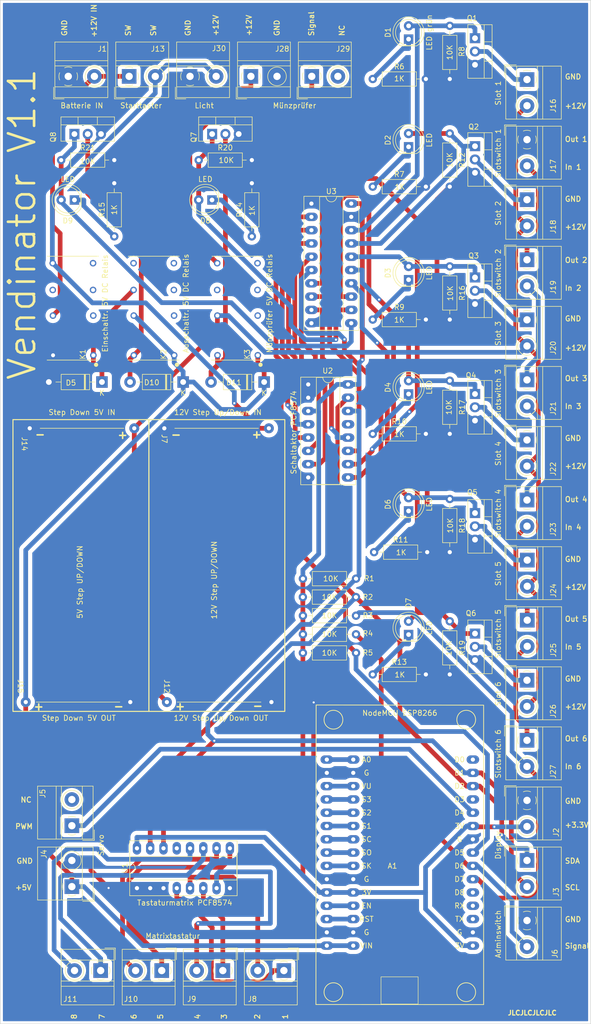
<source format=kicad_pcb>
(kicad_pcb (version 20221018) (generator pcbnew)
  (layers (0 "F.Cu" signal) (31 "B.Cu" signal) (36 "B.SilkS" user "B.Silkscreen") (37 "F.SilkS" user "F.Silkscreen") (38 "B.Mask" user) (39 "F.Mask" user) (44 "Edge.Cuts" user))
  (net 0 "")
  (net 1 "Net-(J1-Pin_2)")
  (net 5 "Net-(A1-D7{slash}GPIO13{slash}MOSI{slash}RX2)")
  (net 6 "Net-(A1-D6{slash}GPIO12{slash}MISO)")
  (net 7 "Net-(A1-D5{slash}GPIO14{slash}SCLK)")
  (net 8 "GND")
  (net 9 "Net-(A1-D4{slash}GPIO2{slash}TX1)")
  (net 11 "Net-(A1-D2{slash}GPIO4{slash}SDA)")
  (net 12 "Net-(A1-D1{slash}GPIO5{slash}SCL)")
  (net 14 "unconnected-(A1-ADC0-Pad16)")
  (net 15 "unconnected-(A1-VV-Pad18)")
  (net 16 "unconnected-(A1-GPIO10{slash}S3-Pad19)")
  (net 17 "unconnected-(A1-GPIO9{slash}S2-Pad20)")
  (net 18 "unconnected-(A1-MOSI{slash}S1-Pad21)")
  (net 19 "unconnected-(A1-CS-Pad22)")
  (net 20 "unconnected-(A1-MISO{slash}S0-Pad23)")
  (net 21 "unconnected-(A1-SCLK{slash}SK-Pad24)")
  (net 22 "unconnected-(A1-EN-Pad27)")
  (net 23 "unconnected-(A1-RST-Pad28)")
  (net 24 "Net-(A1-VIN)")
  (net 25 "Net-(D1-K)")
  (net 26 "Net-(D1-A)")
  (net 27 "Net-(D2-K)")
  (net 28 "Net-(D2-A)")
  (net 29 "Net-(D3-K)")
  (net 30 "Net-(D3-A)")
  (net 31 "Net-(D4-K)")
  (net 32 "Net-(D4-A)")
  (net 33 "Net-(D5-K)")
  (net 34 "Net-(D6-K)")
  (net 35 "Net-(D6-A)")
  (net 36 "Net-(D7-K)")
  (net 37 "Net-(D7-A)")
  (net 38 "Net-(D8-K)")
  (net 39 "Net-(D8-A)")
  (net 40 "Net-(D9-A)")
  (net 41 "Net-(D10-A)")
  (net 42 "Net-(J10-Pin_2)")
  (net 43 "Net-(J8-Pin_1)")
  (net 44 "Net-(J9-Pin_1)")
  (net 45 "Net-(J10-Pin_1)")
  (net 46 "Net-(J11-Pin_1)")
  (net 47 "Net-(J12-Pin_2)")
  (net 48 "Net-(J13-Pin_2)")
  (net 51 "Net-(J2-Pin_2)")
  (net 54 "Net-(U2-P0)")
  (net 55 "Net-(U2-P1)")
  (net 56 "Net-(U2-P2)")
  (net 57 "Net-(U2-P3)")
  (net 58 "Net-(U2-P4)")
  (net 59 "Net-(U2-P5)")
  (net 60 "Net-(U2-P6)")
  (net 61 "Net-(U2-P7)")
  (net 63 "Net-(D9-K)")
  (net 64 "Net-(D11-A)")
  (net 66 "Net-(J8-Pin_2)")
  (net 67 "Net-(J9-Pin_2)")
  (net 68 "Net-(J11-Pin_2)")
  (net 69 "Net-(J16-Pin_1)")
  (net 70 "Net-(J17-Pin_2)")
  (net 71 "Net-(J18-Pin_1)")
  (net 72 "Net-(J19-Pin_2)")
  (net 73 "Net-(J20-Pin_1)")
  (net 74 "Net-(J21-Pin_2)")
  (net 75 "Net-(J22-Pin_1)")
  (net 76 "Net-(J23-Pin_2)")
  (net 77 "Net-(J24-Pin_1)")
  (net 78 "Net-(J25-Pin_2)")
  (net 79 "Net-(J26-Pin_1)")
  (net 80 "Net-(J28-Pin_1)")
  (footprint "Module:NodeMCU-LoLinV3_2" (layer "F.Cu") (at 209.142 212.045)
    (fp_text reference "A1")
    (fp_text value "NodeMCU ESP8266")
  )
  (footprint "TerminalBlock_MetzConnect:TerminalBlock_MetzConnect_Type011_RT05502HBWC_1x02_P5.00mm_Horizontal" (layer "F.Cu") (at 233.47 176.5609 -90)
    (fp_text reference "J26")
    (fp_text value "Slot 6")
  )
  (footprint "Relay_THT:SDS_Relay" (layer "F.Cu") (at 163.954 110.378 90)
    (fp_text reference "K2")
    (fp_text value "Ausschaltr. 5V DC Relais")
  )
  (footprint "TerminalBlock_MetzConnect:TerminalBlock_MetzConnect_Type011_RT05502HBWC_1x02_P5.00mm_Horizontal" (layer "F.Cu") (at 169.004 61.158)
    (fp_text reference "J30")
    (fp_text value "Licht")
  )
  (footprint "Package_DIP:DIP-16_W7.62mm_Socket_LongPads" (layer "F.Cu") (at 191.616 120.032)
    (fp_text reference "U2")
    (fp_text value "Schaltaktor PCF8574")
  )
  (footprint "Package_TO_SOT_THT:TO-220-3_Vertical" (layer "F.Cu") (at 223.52 99.587 -90)
    (fp_text reference "Q3")
    (fp_text value "IRL540N" hide)
  )
  (footprint "Resistor_THT:R_Axial_DIN0207_L6.3mm_D2.5mm_P10.16mm_Horizontal" (layer "F.Cu") (at 218.694 51.502 -90)
    (fp_text reference "R8")
    (fp_text value "10K")
  )
  (footprint "Resistor_THT:R_Axial_DIN0207_L6.3mm_D2.5mm_P10.16mm_Horizontal" (layer "F.Cu") (at 154.5159 91.738 90)
    (fp_text reference "R15")
    (fp_text value "1K")
  )
  (footprint "TerminalBlock_MetzConnect:TerminalBlock_MetzConnect_Type011_RT05502HBWC_1x02_P5.00mm_Horizontal" (layer "F.Cu") (at 175.28 232.046 180)
    (fp_text reference "J9")
    (fp_text value "Matrixtastatur 2" hide)
  )
  (footprint "Resistor_THT:R_Axial_DIN0207_L6.3mm_D2.5mm_P10.16mm_Horizontal" (layer "F.Cu") (at 218.694 97.476 -90)
    (fp_text reference "R16")
    (fp_text value "10K")
  )
  (footprint "Resistor_THT:R_Axial_DIN0207_L6.3mm_D2.5mm_P10.16mm_Horizontal" (layer "F.Cu") (at 180.8299 91.738 90)
    (fp_text reference "R14")
    (fp_text value "1K")
  )
  (footprint "LED_THT:LED_D5.0mm" (layer "F.Cu") (at 210.82 121.86 90)
    (fp_text reference "D4")
    (fp_text value "LED")
  )
  (footprint "TerminalBlock_MetzConnect:TerminalBlock_MetzConnect_Type011_RT05502HBWC_1x02_P5.00mm_Horizontal" (layer "F.Cu") (at 233.47 107.6822 -90)
    (fp_text reference "J20")
    (fp_text value "Slot 3")
  )
  (footprint "TerminalBlock_MetzConnect:TerminalBlock_MetzConnect_Type011_RT05502HBWC_1x02_P5.00mm_Horizontal" (layer "F.Cu") (at 157.359 61.158)
    (fp_text reference "J13")
    (fp_text value "Starttaster")
  )
  (footprint "Package_TO_SOT_THT:TO-220-3_Vertical" (layer "F.Cu") (at 173.2379 72.18)
    (fp_text reference "Q7")
    (fp_text value "IRL540N" hide)
  )
  (footprint "Resistor_THT:R_Axial_DIN0207_L6.3mm_D2.5mm_P10.16mm_Horizontal" (layer "F.Cu") (at 218.694 165.294 -90)
    (fp_text reference "R19")
    (fp_text value "10K")
  )
  (footprint "Resistor_THT:R_Axial_DIN0207_L6.3mm_D2.5mm_P10.16mm_Horizontal" (layer "F.Cu") (at 203.962 175.454)
    (fp_text reference "R13")
    (fp_text value "1K")
  )
  (footprint "Package_DIP:DIP-20_W7.62mm_Socket_LongPads" (layer "F.Cu") (at 192.23 85.47)
    (fp_text reference "U3")
    (fp_text value "Inverter SN74HCT540N")
  )
  (footprint "Resistor_THT:R_Axial_DIN0207_L6.3mm_D2.5mm_P10.16mm_Horizontal" (layer "F.Cu") (at 144.3559 77.16)
    (fp_text reference "R21")
    (fp_text value "10K")
  )
  (footprint "Resistor_THT:R_Axial_DIN0207_L6.3mm_D2.5mm_P10.16mm_Horizontal" (layer "F.Cu") (at 200.746 160.672 180)
    (fp_text reference "R2")
    (fp_text value "10K")
  )
  (footprint "Resistor_THT:R_Axial_DIN0207_L6.3mm_D2.5mm_P10.16mm_Horizontal" (layer "F.Cu") (at 200.76 157.148 180)
    (fp_text reference "R1")
    (fp_text value "10K")
  )
  (footprint "LED_THT:LED_D5.0mm" (layer "F.Cu") (at 210.82 167.834 90)
    (fp_text reference "D7")
    (fp_text value "LED")
  )
  (footprint "LED_THT:LED_D5.0mm" (layer "F.Cu") (at 210.82 54.042 90)
    (fp_text reference "D1")
    (fp_text value "LED grün")
  )
  (footprint "Resistor_THT:R_Axial_DIN0207_L6.3mm_D2.5mm_P10.16mm_Horizontal" (layer "F.Cu") (at 200.76 164.228 180)
    (fp_text reference "R3")
    (fp_text value "10K")
  )
  (footprint "Diode_THT:D_DO-41_SOD81_P10.16mm_Horizontal" (layer "F.Cu") (at 183.186 119.572 180)
    (fp_text reference "D11")
    (fp_text value "1N4001" hide)
  )
  (footprint "Package_DIP:DIP-16_W7.62mm_Socket_LongPads" (layer "F.Cu") (at 158.85 216.298 90)
    (fp_text reference "U1")
    (fp_text value "Tastaturmatrix PCF8574")
  )
  (footprint "Resistor_THT:R_Axial_DIN0207_L6.3mm_D2.5mm_P10.16mm_Horizontal" (layer "F.Cu") (at 203.962 107.636)
    (fp_text reference "R9")
    (fp_text value "1K")
  )
  (footprint "TerminalBlock_MetzConnect:TerminalBlock_MetzConnect_Type011_RT05502HBWC_1x02_P5.00mm_Horizontal" (layer "F.Cu") (at 146.404 204.36 90)
    (fp_text reference "J5")
    (fp_text value "Servo 2" hide)
  )
  (footprint "TerminalBlock_MetzConnect:TerminalBlock_MetzConnect_Type011_RT05502HBWC_1x02_P5.00mm_Horizontal" (layer "F.Cu") (at 233.516 165.0811 -90)
    (fp_text reference "J25")
    (fp_text value "Slotswitch 5")
  )
  (footprint "Resistor_THT:R_Axial_DIN0207_L6.3mm_D2.5mm_P10.16mm_Horizontal" (layer "F.Cu") (at 218.694 72.076 -90)
    (fp_text reference "R12")
    (fp_text value "10K")
  )
  (footprint "Package_TO_SOT_THT:TO-220-3_Vertical" (layer "F.Cu") (at 146.8959 72.18)
    (fp_text reference "Q8")
    (fp_text value "IRL540N" hide)
  )
  (footprint "PCM_SL_Jumpers:JUP_P20mm" (layer "F.Cu") (at 174.09 128.414)
    (fp_text reference "J7" hide)
    (fp_text value "12V Step Up/Down IN")
  )
  (footprint "PCM_SL_Jumpers:JUP_P20mm" (layer "F.Cu") (at 148.342 128.414)
    (fp_text reference "J14" hide)
    (fp_text value "Step Down 5V IN")
  )
  (footprint "PCM_SL_Jumpers:JUP_P20mm" (layer "F.Cu") (at 147.58 180.738 180)
    (fp_text reference "J15" hide)
    (fp_text value "Step Down 5V OUT")
  )
  (footprint "Package_TO_SOT_THT:TO-220-3_Vertical" (layer "F.Cu") (at 223.52 121.86 -90)
    (fp_text reference "Q4")
    (fp_text value "IRL540N" hide)
  )
  (footprint "Resistor_THT:R_Axial_DIN0207_L6.3mm_D2.5mm_P10.16mm_Horizontal" (layer "F.Cu") (at 218.694 141.926 -90)
    (fp_text reference "R18")
    (fp_text value "10K")
  )
  (footprint "TerminalBlock_MetzConnect:TerminalBlock_MetzConnect_Type011_RT05502HBWC_1x02_P5.00mm_Horizontal" (layer "F.Cu") (at 233.47 84.7226 -90)
    (fp_text reference "J18")
    (fp_text value "Slot 2")
  )
  (footprint "Relay_THT:SDS_Relay" (layer "F.Cu") (at 148.496 110.378 90)
    (fp_text reference "K1")
    (fp_text value "Einschaltr. 5V DC Relais")
  )
  (footprint "Package_TO_SOT_THT:TO-220-3_Vertical" (layer "F.Cu") (at 223.52 74.5 -90)
    (fp_text reference "Q2")
    (fp_text value "IRL540N" hide)
  )
  (footprint "TerminalBlock_MetzConnect:TerminalBlock_MetzConnect_Type011_RT05502HBWC_1x02_P5.00mm_Horizontal" (layer "F.Cu") (at 233.47 188.0406 -90)
    (fp_text reference "J27")
    (fp_text value "Slotswitch 6")
  )
  (footprint "Relay_THT:SDS_Relay" (layer "F.Cu") (at 179.956 110.378 90)
    (fp_text reference "K3")
    (fp_text value "Münzprüfer 5V DC Relais")
  )
  (footprint "TerminalBlock_MetzConnect:TerminalBlock_MetzConnect_Type011_RT05502HBWC_1x02_P5.00mm_Horizontal" (layer "F.Cu") (at 192.2939 61.158)
    (fp_text reference "J29")
    (fp_text value "Münzprüfer 2" hide)
  )
  (footprint "LED_THT:LED_D5.0mm" (layer "F.Cu") (at 210.82 144.212 90)
    (fp_text reference "D6")
    (fp_text value "LED")
  )
  (footprint "Diode_THT:D_DO-41_SOD81_P10.16mm_Horizontal" (layer "F.Cu") (at 167.692 119.572 180)
    (fp_text reference "D10")
    (fp_text value "1N4001" hide)
  )
  (footprint "TerminalBlock_MetzConnect:TerminalBlock_MetzConnect_Type011_RT05502HBWC_1x02_P5.00mm_Horizontal" (layer "F.Cu") (at 233.47 142.1215 -90)
    (fp_text reference "J23")
    (fp_text value "Slotswitch 4")
  )
  (footprint "LED_THT:LED_D5.0mm" (layer "F.Cu") (at 210.82 74.616 90)
    (fp_text reference "D2")
    (fp_text value "LED")
  )
  (footprint "TerminalBlock_MetzConnect:TerminalBlock_MetzConnect_Type011_RT05502HBWC_1x02_P5.00mm_Horizontal" (layer "F.Cu") (at 233.47 96.2024 -90)
    (fp_text reference "J19")
    (fp_text value "Slotswitch 2")
  )
  (footprint "TerminalBlock_MetzConnect:TerminalBlock_MetzConnect_Type011_RT05502HBWC_1x02_P5.00mm_Horizontal" (layer "F.Cu") (at 233.47 199.5204 -90)
    (fp_text reference "J2")
    (fp_text value "Display")
  )
  (footprint "TerminalBlock_MetzConnect:TerminalBlock_MetzConnect_Type011_RT05502HBWC_1x02_P5.00mm_Horizontal" (layer "F.Cu") (at 180.649 61.158)
    (fp_text reference "J28")
    (fp_text value "Münzprüfer")
  )
  (footprint "TerminalBlock_MetzConnect:TerminalBlock_MetzConnect_Type011_RT05502HBWC_1x02_P5.00mm_Horizontal" (layer "F.Cu") (at 233.47 61.763 -90)
    (fp_text reference "J16")
    (fp_text value "Slot 1")
  )
  (footprint "Resistor_THT:R_Axial_DIN0207_L6.3mm_D2.5mm_P10.16mm_Horizontal" (layer "F.Cu") (at 200.76 171.34 180)
    (fp_text reference "R5")
    (fp_text value "10K")
  )
  (footprint "LED_THT:LED_D5.0mm" (layer "F.Cu") (at 173.2099 84.78 180)
    (fp_text reference "D8")
    (fp_text value "LED")
  )
  (footprint "Resistor_THT:R_Axial_DIN0207_L6.3mm_D2.5mm_P10.16mm_Horizontal" (layer "F.Cu") (at 200.76 167.784 180)
    (fp_text reference "R4")
    (fp_text value "10K")
  )
  (footprint "Diode_THT:D_DO-41_SOD81_P10.16mm_Horizontal" (layer "F.Cu") (at 152.158 119.572 180)
    (fp_text reference "D5")
    (fp_text value "1N4001" hide)
  )
  (footprint "Resistor_THT:R_Axial_DIN0207_L6.3mm_D2.5mm_P10.16mm_Horizontal" (layer "F.Cu") (at 218.694 119.32 -90)
    (fp_text reference "R17")
    (fp_text value "10K")
  )
  (footprint "PCM_SL_Jumpers:JUP_P20mm" (layer "F.Cu") (at 174.58 180.738 180)
    (fp_text reference "J12" hide)
    (fp_text value "12V Step Up/Down OUT")
  )
  (footprint "Package_TO_SOT_THT:TO-220-3_Vertical" (layer "F.Cu") (at 223.52 53.863 -90)
    (fp_text reference "Q1")
    (fp_text value "IRL540N" hide)
  )
  (footprint "Resistor_THT:R_Axial_DIN0207_L6.3mm_D2.5mm_P10.16mm_Horizontal" (layer "F.Cu") (at 203.962 82.236)
    (fp_text reference "R7")
    (fp_text value "1K")
  )
  (footprint "TerminalBlock_MetzConnect:TerminalBlock_MetzConnect_Type011_RT05502HBWC_1x02_P5.00mm_Horizontal" (layer "F.Cu") (at 233.47 119.1619 -90)
    (fp_text reference "J21")
    (fp_text value "Slotswitch 3")
  )
  (footprint "TerminalBlock_MetzConnect:TerminalBlock_MetzConnect_Type011_RT05502HBWC_1x02_P5.00mm_Horizontal" (layer "F.Cu") (at 151.912 232.046 180)
    (fp_text reference "J11")
    (fp_text value "Matrixtastatur 4" hide)
  )
  (footprint "Resistor_THT:R_Axial_DIN0207_L6.3mm_D2.5mm_P10.16mm_Horizontal" (layer "F.Cu") (at 203.962 61.662)
    (fp_text reference "R6")
    (fp_text value "1K")
  )
  (footprint "TerminalBlock_MetzConnect:TerminalBlock_MetzConnect_Type011_RT05502HBWC_1x02_P5.00mm_Horizontal" (layer "F.Cu") (at 233.47 222.48 -90)
    (fp_text reference "J6")
    (fp_text value "Adminswitch")
  )
  (footprint "TerminalBlock_MetzConnect:TerminalBlock_MetzConnect_Type011_RT05502HBWC_1x02_P5.00mm_Horizontal" (layer "F.Cu") (at 145.714 61.158)
    (fp_text reference "J1")
    (fp_text value "Batterie IN")
  )
  (footprint "Package_TO_SOT_THT:TO-220-3_Vertical" (layer "F.Cu") (at 223.52 144.61 -90)
    (fp_text reference "Q5")
    (fp_text value "IRL540N" hide)
  )
  (footprint "TerminalBlock_MetzConnect:TerminalBlock_MetzConnect_Type011_RT05502HBWC_1x02_P5.00mm_Horizontal" (layer "F.Cu") (at 233.516 153.6013 -90)
    (fp_text reference "J24")
    (fp_text value "Slot 5")
  )
  (footprint "TerminalBlock_MetzConnect:TerminalBlock_MetzConnect_Type011_RT05502HBWC_1x02_P5.00mm_Horizontal" (layer "F.Cu") (at 186.964 232.046 180)
    (fp_text reference "J8")
    (fp_text value "Matrixtastatur")
  )
  (footprint "LED_THT:LED_D5.0mm" (layer "F.Cu") (at 146.8959 84.78 180)
    (fp_text reference "D9")
    (fp_text value "LED")
  )
  (footprint "TerminalBlock_MetzConnect:TerminalBlock_MetzConnect_Type011_RT05502HBWC_1x02_P5.00mm_Horizontal" (layer "F.Cu") (at 146.404 216.005 90)
    (fp_text reference "J4")
    (fp_text value "Servo")
  )
  (footprint "TerminalBlock_MetzConnect:TerminalBlock_MetzConnect_Type011_RT05502HBWC_1x02_P5.00mm_Horizontal" (layer "F.Cu") (at 233.47 211.0002 -90)
    (fp_text reference "J3")
    (fp_text value "Display 2" hide)
  )
  (footprint "TerminalBlock_MetzConnect:TerminalBlock_MetzConnect_Type011_RT05502HBWC_1x02_P5.00mm_Horizontal" (layer "F.Cu") (at 233.47 130.6417 -90)
    (fp_text reference "J22")
    (fp_text value "Slot 4")
  )
  (footprint "TerminalBlock_MetzConnect:TerminalBlock_MetzConnect_Type011_RT05502HBWC_1x02_P5.00mm_Horizontal" (layer "F.Cu") (at 233.47 73.2428 -90)
    (fp_text reference "J17")
    (fp_text value "Slotswitch 1")
  )
  (footprint "Package_TO_SOT_THT:TO-220-3_Vertical" (layer "F.Cu") (at 223.52 167.64 -90)
    (fp_text reference "Q6")
    (fp_text value "IRL540N" hide)
  )
  (footprint "Resistor_THT:R_Axial_DIN0207_L6.3mm_D2.5mm_P10.16mm_Horizontal" (layer "F.Cu") (at 170.6699 77.16)
    (fp_text reference "R20")
    (fp_text value "10K")
  )
  (footprint "LED_THT:LED_D5.0mm" (layer "F.Cu") (at 210.82 100.016 90)
    (fp_text reference "D3")
    (fp_text value "LED")
  )
  (footprint "Resistor_THT:R_Axial_DIN0207_L6.3mm_D2.5mm_P10.16mm_Horizontal" (layer "F.Cu") (at 204.216 152.086)
    (fp_text reference "R11")
    (fp_text value "1K")
  )
  (footprint "Resistor_THT:R_Axial_DIN0207_L6.3mm_D2.5mm_P10.16mm_Horizontal" (layer "F.Cu") (at 203.962 129.48)
    (fp_text reference "R10")
    (fp_text value "1K")
  )
  (footprint "TerminalBlock_MetzConnect:TerminalBlock_MetzConnect_Type011_RT05502HBWC_1x02_P5.00mm_Horizontal" (layer "F.Cu") (at 163.596 232.046 180)
    (fp_text reference "J10")
    (fp_text value "Matrixtastatur 3" hide)
  )
  (gr_rect (start 135.136 126.756) (end 161.136 182.516) (stroke (width 0.2)) (fill none) (layer "F.SilkS"))
  (gr_rect (start 161.136 126.756) (end 187.136 182.516) (stroke (width 0.2)) (fill none) (layer "F.SilkS"))
  (gr_rect (start 132.706 46.614) (end 245.664 242.23) (stroke (width 0.1)) (fill none) (layer "Edge.Cuts"))
  (gr_text "JLCJLCJLCJLC" (at 229.69 240.66) (layer "F.SilkS") (effects (font (size 0.9 0.9) (thickness 0.225) bold) (justify left bottom)))
  (gr_text "+12V" (at 174.5219 53.538 90) (layer "F.SilkS") (effects (font (size 1 1) (thickness 0.1875)) (justify left bottom)))
  (gr_text "Signal" (at 240.628 227.928) (layer "F.SilkS") (effects (font (size 1 1) (thickness 0.1875)) (justify left bottom)))
  (gr_text "8" (at 147.42 241.444 90) (layer "F.SilkS") (effects (font (size 1 1) (thickness 0.1875)) (justify left bottom)))
  (gr_text "Signal" (at 192.8099 53.538 90) (layer "F.SilkS") (effects (font (size 1 1) (thickness 0.1875)) (justify left bottom)))
  (gr_text "In 6" (at 240.628 193.638) (layer "F.SilkS") (effects (font (size 1 1) (thickness 0.1875)) (justify left bottom)))
  (gr_text "12V Step UP/DOWN" (at 174.22 164.98 90) (layer "F.SilkS") (effects (font (size 1 1)) (justify left bottom)))
  (gr_text "4" (at 171.042 241.444 90) (layer "F.SilkS") (effects (font (size 1 1) (thickness 0.1875)) (justify left bottom)))
  (gr_text "GND" (at 240.628 154.014) (layer "F.SilkS") (effects (font (size 1 1) (thickness 0.1875)) (justify left bottom)))
  (gr_text "+" (at 180.65 128.9 180) (layer "F.SilkS") (effects (font (size 1.5 1.5) (thickness 0.3) bold) (justify left bottom mirror)))
  (gr_text "1" (at 187.806 241.444 90) (layer "F.SilkS") (effects (font (size 1 1) (thickness 0.1875)) (justify left bottom)))
  (gr_text "GND" (at 186.2059 53.538 90) (layer "F.SilkS") (effects (font (size 1 1) (thickness 0.1875)) (justify left bottom)))
  (gr_text "GND" (at 240.628 176.874) (layer "F.SilkS") (effects (font (size 1 1) (thickness 0.1875)) (justify left bottom)))
  (gr_text "GND" (at 240.628 85.18) (layer "F.SilkS") (effects (font (size 1 1) (thickness 0.1875)) (justify left bottom)))
  (gr_text "GND" (at 240.628 61.812) (layer "F.SilkS") (effects (font (size 1 1) (thickness 0.1875)) (justify left bottom)))
  (gr_text "GND" (at 169.1879 53.538 90) (layer "F.SilkS") (effects (font (size 1 1) (thickness 0.1875)) (justify left bottom)))
  (gr_text "GND" (at 240.628 200.242) (layer "F.SilkS") (effects (font (size 1 1) (thickness 0.1875)) (justify left bottom)))
  (gr_text "Out 2" (at 240.628 96.864) (layer "F.SilkS") (effects (font (size 1 1) (thickness 0.1875)) (justify left bottom)))
  (gr_text "SW" (at 157.7579 53.538 90) (layer "F.SilkS") (effects (font (size 1 1) (thickness 0.1875)) (justify left bottom)))
  (gr_text "GND" (at 240.628 222.848) (layer "F.SilkS") (effects (font (size 1 1) (thickness 0.1875)) (justify left bottom)))
  (gr_text "Out 6" (at 240.628 188.304) (layer "F.SilkS") (effects (font (size 1 1) (thickness 0.1875)) (justify left bottom)))
  (gr_text "Out 1" (at 240.628 73.75) (layer "F.SilkS") (effects (font (size 1 1) (thickness 0.1875)) (justify left bottom)))
  (gr_text "+12V" (at 240.628 113.628) (layer "F.SilkS") (effects (font (size 1 1) (thickness 0.1875)) (justify left bottom)))
  (gr_text "PWM" (at 135.482 205.083) (layer "F.SilkS") (effects (font (size 1 1) (thickness 0.1875)) (justify left bottom)))
  (gr_text "+12V IN" (at 151.222 53.792 90) (layer "F.SilkS") (effects (font (size 1 1) (thickness 0.1875)) (justify left bottom)))
  (gr_text "GND" (at 240.628 130.9) (layer "F.SilkS") (effects (font (size 1 1) (thickness 0.1875)) (justify left bottom)))
  (gr_text "+3.3V" (at 240.628 204.814) (layer "F.SilkS") (effects (font (size 1 1) (thickness 0.1875)) (justify left bottom)))
  (gr_text "-" (at 156.49 182.41) (layer "F.SilkS") (effects (font (size 1.5 1.5) (thickness 0.3) bold) (justify left bottom mirror)))
  (gr_text "+" (at 168.24 182.4) (layer "F.SilkS") (effects (font (size 1.5 1.5) (thickness 0.3) bold) (justify left bottom mirror)))
  (gr_text "Out 3" (at 240.628 119.47) (layer "F.SilkS") (effects (font (size 1 1) (thickness 0.1875)) (justify left bottom)))
  (gr_text "Out 5" (at 240.628 165.444) (layer "F.SilkS") (effects (font (size 1 1) (thickness 0.1875)) (justify left bottom)))
  (gr_text "5" (at 163.93 241.444 90) (layer "F.SilkS") (effects (font (size 1 1) (thickness 0.1875)) (justify left bottom)))
  (gr_text "2" (at 182.472 241.444 90) (layer "F.SilkS") (effects (font (size 1 1) (thickness 0.1875)) (justify left bottom)))
  (gr_text "+" (at 141.19 182.44) (layer "F.SilkS") (effects (font (size 1.5 1.5) (thickness 0.3) bold) (justify left bottom mirror)))
  (gr_text "SW" (at 162.5839 53.538 90) (layer "F.SilkS") (effects (font (size 1 1) (thickness 0.1875)) (justify left bottom)))
  (gr_text "+12V" (at 240.628 136.234) (layer "F.SilkS") (effects (font (size 1 1) (thickness 0.1875)) (justify left bottom)))
  (gr_text "+5V" (at 135.482 216.767) (layer "F.SilkS") (effects (font (size 1 1) (thickness 0.1875)) (justify left bottom)))
  (gr_text "7" (at 152.754 241.444 90) (layer "F.SilkS") (effects (font (size 1 1) (thickness 0.1875)) (justify left bottom)))
  (gr_text "+12V" (at 240.628 90.514) (layer "F.SilkS") (effects (font (size 1 1) (thickness 0.1875)) (justify left bottom)))
  (gr_text "+12V" (at 240.628 159.348) (layer "F.SilkS") (effects (font (size 1 1) (thickness 0.1875)) (justify left bottom)))
  (gr_text "SCL" (at 240.628 216.752) (layer "F.SilkS") (effects (font (size 1 1) (thickness 0.1875)) (justify left bottom)))
  (gr_text "6" (at 158.85 241.444 90) (layer "F.SilkS") (effects (font (size 1 1) (thickness 0.1875)) (justify left bottom)))
  (gr_text "NC" (at 136.498 200.003) (layer "F.SilkS") (effects (font (size 1 1) (thickness 0.1875)) (justify left bottom)))
  (gr_text "In 1" (at 240.628 79.084) (layer "F.SilkS") (effects (font (size 1 1) (thickness 0.1875)) (justify left bottom)))
  (gr_text "+12V" (at 240.628 182.208) (layer "F.SilkS") (effects (font (size 1 1) (thickness 0.1875)) (justify left bottom)))
  (gr_text "SDA" (at 240.628 211.672) (layer "F.SilkS") (effects (font (size 1 1) (thickness 0.1875)) (justify left bottom)))
  (gr_text "GND" (at 240.628 108.04) (layer "F.SilkS") (effects (font (size 1 1) (thickness 0.1875)) (justify left bottom)))
  (gr_text "Vendinator V1.1" (at 139.81 119.51 90) (layer "F.SilkS") (effects (font (size 5 5) (thickness 0.5)) (justify left bottom)))
  (gr_text "-" (at 165.21 128.94 180) (layer "F.SilkS") (effects (font (size 1.5 1.5) (thickness 0.3) bold) (justify left bottom mirror)))
  (gr_text "-" (at 183.09 182.31) (layer "F.SilkS") (effects (font (size 1.5 1.5) (thickness 0.3) bold) (justify left bottom mirror)))
  (gr_text "-" (at 139.2 128.9 180) (layer "F.SilkS") (effects (font (size 1.5 1.5) (thickness 0.3) bold) (justify left bottom mirror)))
  (gr_text "In 5" (at 240.628 170.778) (layer "F.SilkS") (effects (font (size 1 1) (thickness 0.1875)) (justify left bottom)))
  (gr_text "+12V" (at 240.628 67.4) (layer "F.SilkS") (effects (font (size 1 1) (thickness 0.1875)) (justify left bottom)))
  (gr_text "In 3" (at 240.628 124.804) (layer "F.SilkS") (effects (font (size 1 1) (thickness 0.1875)) (justify left bottom)))
  (gr_text "5V Step UP/DOWN" (at 148.53 164.87 90) (layer "F.SilkS") (effects (font (size 1 1)) (justify left bottom)))
  (gr_text "NC" (at 198.6519 53.538 90) (layer "F.SilkS") (effects (font (size 1 1) (thickness 0.1875)) (justify left bottom)))
  (gr_text "+" (at 154.99 129 180) (layer "F.SilkS") (effects (font (size 1.5 1.5) (thickness 0.3) bold) (justify left bottom mirror)))
  (gr_text "GND" (at 145.5659 53.538 90) (layer "F.SilkS") (effects (font (size 1 1) (thickness 0.1875)) (justify left bottom)))
  (gr_text "3" (at 176.122 241.444 90) (layer "F.SilkS") (effects (font (size 1 1) (thickness 0.1875)) (justify left bottom)))
  (gr_text "+12V" (at 180.8719 53.538 90) (layer "F.SilkS") (effects (font (size 1 1) (thickness 0.1875)) (justify left bottom)))
  (gr_text "In 4" (at 240.628 147.918) (layer "F.SilkS") (effects (font (size 1 1) (thickness 0.1875)) (justify left bottom)))
  (gr_text "Out 4" (at 240.628 142.584) (layer "F.SilkS") (effects (font (size 1 1) (thickness 0.1875)) (justify left bottom)))
  (gr_text "GND" (at 135.736 211.687) (layer "F.SilkS") (effects (font (size 1 1) (thickness 0.1875)) (justify left bottom)))
  (gr_text "In 2" (at 240.628 102.198) (layer "F.SilkS") (effects (font (size 1 1) (thickness 0.1875)) (justify left bottom)))
  (segment (start 142.704 89.7114) (end 144.161 91.1689) (width 0.9) (layer "F.Cu") (net 1))
  (segment (start 144.161 91.1689) (end 144.161 105.503) (width 0.9) (layer "F.Cu") (net 1))
  (segment (start 144.161 105.503) (end 142.786 106.878) (width 0.9) (layer "F.Cu") (net 1))
  (segment (start 150.714 61.158) (end 142.704 69.1683) (width 0.9) (layer "F.Cu") (net 1))
  (segment (start 157.359 61.158) (end 150.714 61.158) (width 0.9) (layer "F.Cu") (net 1))
  (segment (start 142.704 69.1683) (end 142.704 89.7114) (width 0.9) (layer "F.Cu") (net 1))
  (segment (start 235.666 195.236) (end 235.666 216.87) (width 0.9) (layer "F.Cu") (net 5))
  (segment (start 233.47 193.0406) (end 233.47 193.041) (width 0.9) (layer "F.Cu") (net 5))
  (segment (start 234.344 218.192) (end 227.692 218.192) (width 0.9) (layer "F.Cu") (net 5))
  (segment (start 224.085 214.585) (end 223.112 214.585) (width 0.9) (layer "F.Cu") (net 5))
  (segment (start 233.47 193.041) (end 235.666 195.236) (width 0.9) (layer "F.Cu") (net 5))
  (segment (start 235.666 216.87) (end 234.344 218.192) (width 0.9) (layer "F.Cu") (net 5))
  (segment (start 227.692 218.192) (end 224.085 214.585) (width 0.9) (layer "F.Cu") (net 5))
  (segment (start 233.47 193.0406) (end 233.4698 193.0408) (width 0.9) (layer "B.Cu") (net 5))
  (segment (start 201.35 163.638) (end 211.52 163.638) (width 0.9) (layer "B.Cu") (net 5))
  (segment (start 200.76 164.228) (end 201.35 163.638) (width 0.9) (layer "B.Cu") (net 5))
  (segment (start 233.4698 193.0408) (end 233.47 193.041) (width 0.9) (layer "B.Cu") (net 5))
  (segment (start 230.62 182.739) (end 230.62 190.191) (width 0.9) (layer "B.Cu") (net 5))
  (segment (start 230.62 190.191) (end 233.4698 193.0408) (width 0.9) (layer "B.Cu") (net 5))
  (segment (start 211.52 163.638) (end 230.62 182.739) (width 0.9) (layer "B.Cu") (net 5))
  (segment (start 205.581 195.411) (end 222.215 212.045) (width 0.9) (layer "F.Cu") (net 6))
  (segment (start 222.215 212.045) (end 223.112 212.045) (width 0.9) (layer "F.Cu") (net 6))
  (segment (start 200.76 167.784) (end 205.581 172.605) (width 0.9) (layer "F.Cu") (net 6))
  (segment (start 205.581 172.605) (end 205.581 195.411) (width 0.9) (layer "F.Cu") (net 6))
  (segment (start 224.015 212.045) (end 230.62 218.65) (width 0.9) (layer "B.Cu") (net 6))
  (segment (start 230.62 218.65) (end 230.62 224.63) (width 0.9) (layer "B.Cu") (net 6))
  (segment (start 230.62 224.63) (end 233.47 227.48) (width 0.9) (layer "B.Cu") (net 6))
  (segment (start 223.112 212.045) (end 224.015 212.045) (width 0.9) (layer "B.Cu") (net 6))
  (segment (start 186.438 115.578) (end 186.438 148.556) (width 0.9) (layer "F.Cu") (net 7))
  (segment (start 186.438 148.556) (end 198.754 160.873) (width 0.9) (layer "F.Cu") (net 7))
  (segment (start 192.294 62.308) (end 192.294 63.458) (width 0.9) (layer "F.Cu") (net 7))
  (segment (start 198.754 160.873) (end 198.754 169.334) (width 0.9) (layer "F.Cu") (net 7))
  (segment (start 185.447 114.587) (end 186.438 115.578) (width 0.9) (layer "F.Cu") (net 7))
  (segment (start 185.447 70.3051) (end 185.447 114.587) (width 0.9) (layer "F.Cu") (net 7))
  (segment (start 198.754 169.334) (end 200.76 171.34) (width 0.9) (layer "F.Cu") (net 7))
  (segment (start 192.294 61.158) (end 192.294 62.308) (width 0.9) (layer "F.Cu") (net 7))
  (segment (start 192.2939 62.3079) (end 192.2939 61.158) (width 0.9) (layer "F.Cu") (net 7))
  (segment (start 192.294 62.308) (end 192.2939 62.3079) (width 0.9) (layer "F.Cu") (net 7))
  (segment (start 192.294 63.458) (end 185.447 70.3051) (width 0.9) (layer "F.Cu") (net 7))
  (segment (start 221.492 186.362) (end 212.638 186.362) (width 0.9) (layer "B.Cu") (net 7))
  (segment (start 200.76 174.484) (end 200.76 171.34) (width 0.9) (layer "B.Cu") (net 7))
  (segment (start 225.91 190.78) (end 221.492 186.362) (width 0.9) (layer "B.Cu") (net 7))
  (segment (start 212.638 186.362) (end 200.76 174.484) (width 0.9) (layer "B.Cu") (net 7))
  (segment (start 225.91 206.759) (end 225.91 190.78) (width 0.9) (layer "B.Cu") (net 7))
  (segment (start 223.112 209.505) (end 223.164 209.505) (width 0.9) (layer "B.Cu") (net 7))
  (segment (start 223.164 209.505) (end 225.91 206.759) (width 0.9) (layer "B.Cu") (net 7))
  (segment (start 153.43 216.27) (end 150.05 212.89) (width 0.9) (layer "F.Cu") (net 8))
  (segment (start 216.25 101.49) (end 216.25 84.68) (width 0.9) (layer "F.Cu") (net 8))
  (segment (start 214.376 152.086) (end 214.376 129.734) (width 0.9) (layer "F.Cu") (net 8))
  (segment (start 192.66 194.22) (end 192.615 194.265) (width 0.9) (layer "F.Cu") (net 8))
  (segment (start 192.615 194.265) (end 195.172 194.265) (width 0.9) (layer "F.Cu") (net 8))
  (segment (start 150.05 211.53) (end 149.525 211.005) (width 0.9) (layer "F.Cu") (net 8))
  (segment (start 218.694 107.636) (end 218.694 103.934) (width 0.9) (layer "F.Cu") (net 8))
  (segment (start 150.05 212.89) (end 150.05 211.53) (width 0.9) (layer "F.Cu") (net 8))
  (segment (start 218.694 103.934) (end 216.25 101.49) (width 0.9) (layer "F.Cu") (net 8))
  (segment (start 192.66 180.8) (end 192.66 194.22) (width 0.9) (layer "F.Cu") (net 8))
  (segment (start 149.525 211.005) (end 146.404 211.005) (width 0.9) (layer "F.Cu") (net 8))
  (segment (start 214.376 129.734) (end 214.122 129.48) (width 0.9) (layer "F.Cu") (net 8))
  (segment (start 216.25 84.68) (end 218.694 82.236) (width 0.9) (layer "F.Cu") (net 8))
  (via (at 153.43 216.27) (size 0.8) (drill 0.4) (layers "F.Cu" "B.Cu") (net 8))
  (via (at 192.66 180.8) (size 0.8) (drill 0.4) (layers "F.Cu" "B.Cu") (net 8))
  (segment (start 191.69 72.18) (end 191.74 72.13) (width 0.9) (layer "B.Cu") (net 8))
  (segment (start 178.46 74.48) (end 178.51 74.43) (width 0.9) (layer "B.Cu") (net 8))
  (segment (start 185.649 72.059) (end 185.77 72.18) (width 0.9) (layer "B.Cu") (net 8))
  (segment (start 158.85 216.298) (end 153.458 216.298) (width 0.9) (layer "B.Cu") (net 8))
  (segment (start 169.004 61.158) (end 169.004 73.644) (width 0.9) (layer "B.Cu") (net 8))
  (segment (start 157.58 180.738) (end 157.58 134.924) (width 0.9) (layer "B.Cu") (net 8))
  (segment (start 192.23 72.62) (end 192.23 85.47) (width 0.9) (layer "B.Cu") (net 8))
  (segment (start 178.51 74.43) (end 178.318 74.2379) (width 0.9) (layer "B.Cu") (net 8))
  (segment (start 192.598 180.738) (end 192.66 180.8) (width 0.9) (layer "B.Cu") (net 8))
  (segment (start 185.77 72.18) (end 191.69 72.18) (width 0.9) (layer "B.Cu") (net 8))
  (segment (start 191.616 120.032) (end 189.908 120.032) (width 0.9) (layer "B.Cu") (net 8))
  (segment (start 178.318 72.18) (end 185.77 72.18) (width 0.9) (layer "B.Cu") (net 8))
  (segment (start 184.58 180.738) (end 192.598 180.738) (width 0.9) (layer "B.Cu") (net 8))
  (segment (start 169.004 73.644) (end 169.84 74.48) (width 0.9) (layer "B.Cu") (net 8))
  (segment (start 169.84 74.48) (end 178.46 74.48) (width 0.9) (layer "B.Cu") (net 8))
  (segment (start 191.74 72.13) (end 192.23 72.62) (width 0.9) (layer "B.Cu") (net 8))
  (segment (start 153.458 216.298) (end 153.43 216.27) (width 0.9) (layer "B.Cu") (net 8))
  (segment (start 189.908 120.032) (end 184.72 125.22) (width 0.9) (layer "B.Cu") (net 8))
  (segment (start 178.318 74.2379) (end 178.318 72.18) (width 0.9) (layer "B.Cu") (net 8))
  (segment (start 185.649 61.158) (end 185.649 72.059) (width 0.9) (layer "B.Cu") (net 8))
  (segment (start 157.58 134.924) (end 164.09 128.414) (width 0.9) (layer "B.Cu") (net 8))
  (segment (start 148.704 204.36) (end 163.324 189.74) (width 0.9) (layer "B.Cu") (net 9))
  (segment (start 210.967 189.74) (end 221.162 199.935) (width 0.9) (layer "B.Cu") (net 9))
  (segment (start 222.122 200.895) (end 223.112 201.885) (width 0.9) (layer "B.Cu") (net 9))
  (segment (start 146.404 204.36) (end 148.704 204.36) (width 0.9) (layer "B.Cu") (net 9))
  (segment (start 222.07 200.895) (end 222.122 200.895) (width 0.9) (layer "B.Cu") (net 9))
  (segment (start 221.162 199.987) (end 222.07 200.895) (width 0.9) (layer "B.Cu") (net 9))
  (segment (start 221.162 199.935) (end 221.162 199.987) (width 0.9) (layer "B.Cu") (net 9))
  (segment (start 163.324 189.74) (end 210.967 189.74) (width 0.9) (layer "B.Cu") (net 9))
  (segment (start 197.281 157.207) (end 197.281 124.45) (width 0.9) (layer "F.Cu") (net 11))
  (segment (start 199.159 122.572) (end 199.236 122.572) (width 0.9) (layer "F.Cu") (net 11))
  (segment (start 228.646 201.036) (end 228.646 206.176) (width 0.9) (layer "F.Cu") (net 11))
  (segment (start 161.39 208.678) (end 161.39 196.571) (width 0.9) (layer "F.Cu") (net 11))
  (segment (start 209.17 184.06) (end 209.17 169.096) (width 0.9) (layer "F.Cu") (net 11))
  (segment (start 161.39 196.571) (end 173.691 184.27) (width 0.9) (layer "F.Cu") (net 11))
  (segment (start 197.281 124.45) (end 199.159 122.572) (width 0.9) (layer "F.Cu") (net 11))
  (segment (start 223.112 196.805) (end 224.415 196.805) (width 0.9) (layer "F.Cu") (net 11))
  (segment (start 200.746 160.672) (end 197.281 157.207) (width 0.9) (layer "F.Cu") (net 11))
  (segment (start 221.915 196.805) (end 209.17 184.06) (width 0.9) (layer "F.Cu") (net 11))
  (segment (start 209.17 169.096) (end 200.746 160.672) (width 0.9) (layer "F.Cu") (net 11))
  (segment (start 223.112 196.805) (end 221.915 196.805) (width 0.9) (layer "F.Cu") (net 11))
  (segment (start 224.415 196.805) (end 228.646 201.036) (width 0.9) (layer "F.Cu") (net 11))
  (via (at 228.646 206.176) (size 0.8) (drill 0.4) (layers "F.Cu" "B.Cu") (net 11))
  (via (at 173.691 184.27) (size 0.8) (drill 0.4) (layers "F.Cu" "B.Cu") (net 11))
  (segment (start 233.47 211) (end 233.47 211.0002) (width 0.9) (layer "B.Cu") (net 11))
  (segment (start 233.47 208.7) (end 231.17 208.7) (width 0.9) (layer "B.Cu") (net 11))
  (segment (start 191.856 169.562) (end 200.746 160.672) (width 0.9) (layer "B.Cu") (net 11))
  (segment (start 188.399 169.562) (end 191.856 169.562) (width 0.9) (layer "B.Cu") (net 11))
  (segment (start 233.47 211) (end 233.47 208.7) (width 0.9) (layer "B.Cu") (net 11))
  (segment (start 231.17 208.7) (end 228.646 206.176) (width 0.9) (layer "B.Cu") (net 11))
  (segment (start 173.691 184.27) (end 188.399 169.562) (width 0.9) (layer "B.Cu") (net 11))
  (segment (start 163.93 197.851) (end 173.651 188.131) (width 0.9) (layer "F.Cu") (net 12))
  (segment (start 233.47 216) (end 230.472 213.002) (width 0.9) (layer "F.Cu") (net 12))
  (segment (start 224.755 194.265) (end 223.112 194.265) (width 0.9) (layer "F.Cu") (net 12))
  (segment (start 230.472 199.982) (end 224.755 194.265) (width 0.9) (layer "F.Cu") (net 12))
  (segment (start 233.47 216) (end 233.47 216.0002) (width 0.9) (layer "F.Cu") (net 12))
  (segment (start 230.472 213.002) (end 230.472 199.982) (width 0.9) (layer "F.Cu") (net 12))
  (segment (start 163.93 208.678) (end 163.93 197.851) (width 0.9) (layer "F.Cu") (net 12))
  (via (at 173.651 188.131) (size 0.8) (drill 0.4) (layers "F.Cu" "B.Cu") (net 12))
  (segment (start 172.414 186.894) (end 172.414 183.734) (width 0.9) (layer "B.Cu") (net 12))
  (segment (start 192.011 165.897) (end 200.76 157.148) (width 0.9) (layer "B.Cu") (net 12))
  (segment (start 221.545 194.265) (end 215.411 188.131) (width 0.9) (layer "B.Cu") (net 12))
  (segment (start 201.336 125.112) (end 201.336 156.572) (width 0.9) (layer "B.Cu") (net 12))
  (segment (start 201.336 156.572) (end 200.76 157.148) (width 0.9) (layer "B.Cu") (net 12))
  (segment (start 215.411 188.131) (end 173.651 188.131) (width 0.9) (layer "B.Cu") (net 12))
  (segment (start 190.252 165.897) (end 192.011 165.897) (width 0.9) (layer "B.Cu") (net 12))
  (segment (start 173.651 188.131) (end 172.414 186.894) (width 0.9) (layer "B.Cu") (net 12))
  (segment (start 199.236 125.112) (end 201.336 125.112) (width 0.9) (layer "B.Cu") (net 12))
  (segment (start 223.112 194.265) (end 221.545 194.265) (width 0.9) (layer "B.Cu") (net 12))
  (segment (start 172.414 183.734) (end 190.252 165.897) (width 0.9) (layer "B.Cu") (net 12))
  (segment (start 200.232 191.725) (end 195.172 191.725) (width 0.9) (layer "B.Cu") (net 14))
  (segment (start 200.232 196.805) (end 195.172 196.805) (width 0.9) (layer "B.Cu") (net 15))
  (segment (start 200.232 199.345) (end 195.172 199.345) (width 0.9) (layer "B.Cu") (net 16))
  (segment (start 200.232 201.885) (end 195.172 201.885) (width 0.9) (layer "B.Cu") (net 17))
  (segment (start 200.232 204.425) (end 195.172 204.425) (width 0.9) (layer "B.Cu") (net 18))
  (segment (start 200.232 206.965) (end 195.172 206.965) (width 0.9) (layer "B.Cu") (net 19))
  (segment (start 200.232 209.505) (end 195.172 209.505) (width 0.9) (layer "B.Cu") (net 20))
  (segment (start 200.232 212.045) (end 195.172 212.045) (width 0.9) (layer "B.Cu") (net 21))
  (segment (start 200.232 219.665) (end 195.172 219.665) (width 0.9) (layer "B.Cu") (net 22))
  (segment (start 200.232 222.205) (end 195.172 222.205) (width 0.9) (layer "B.Cu") (net 23))
  (segment (start 146.404 216.005) (end 146.404 213.705) (width 0.9) (layer "F.Cu") (net 24))
  (segment (start 137.58 205.24) (end 137.58 180.738) (width 0.9) (layer "F.Cu") (net 24))
  (segment (start 181.896 114.458) (end 181.976 114.458) (width 0.9) (layer "F.Cu") (net 24))
  (segment (start 146.404 213.705) (end 146.045 213.705) (width 0.9) (layer "F.Cu") (net 24))
  (segment (start 183.186 119.572) (end 183.186 117.572) (width 0.9) (layer "F.Cu") (net 24))
  (segment (start 146.045 213.705) (end 137.58 205.24) (width 0.9) (layer "F.Cu") (net 24))
  (segment (start 181.976 116.362) (end 181.976 114.458) (width 0.9) (layer "F.Cu") (net 24))
  (segment (start 183.186 117.572) (end 181.976 116.362) (width 0.9) (layer "F.Cu") (net 24))
  (segment (start 137.58 151.684) (end 167.692 121.572) (width 0.9) (layer "B.Cu") (net 24))
  (segment (start 165.974 114.458) (end 158.394 106.878) (width 0.9) (layer "B.Cu") (net 24))
  (segment (start 183.186 121.572) (end 179.9495 124.8085) (width 0.9) (layer "B.Cu") (net 24))
  (segment (start 148.704 216.005) (end 159.984 227.285) (width 0.9) (layer "B.Cu") (net 24))
  (segment (start 165.974 115.854) (end 165.974 114.458) (width 0.9) (layer "B.Cu") (net 24))
  (segment (start 200.232 227.285) (end 195.172 227.285) (width 0.9) (layer "B.Cu") (net 24))
  (segment (start 167.692 119.572) (end 169.692 119.572) (width 0.9) (layer "B.Cu") (net 24))
  (segment (start 137.58 180.738) (end 137.58 151.684) (width 0.9) (layer "B.Cu") (net 24))
  (segment (start 183.186 119.572) (end 183.186 121.572) (width 0.9) (layer "B.Cu") (net 24))
  (segment (start 167.692 117.572) (end 165.974 115.854) (width 0.9) (layer "B.Cu") (net 24))
  (segment (start 158.394 106.878) (end 158.244 106.878) (width 0.9) (layer "B.Cu") (net 24))
  (segment (start 167.692 119.572) (end 167.692 117.572) (width 0.9) (layer "B.Cu") (net 24))
  (segment (start 179.9495 124.8085) (end 174.9285 124.8085) (width 0.9) (layer "B.Cu") (net 24))
  (segment (start 159.984 227.285) (end 195.172 227.285) (width 0.9) (layer "B.Cu") (net 24))
  (segment (start 174.9285 124.8085) (end 169.692 119.572) (width 0.9) (layer "B.Cu") (net 24))
  (segment (start 167.692 119.572) (end 167.692 121.572) (width 0.9) (layer "B.Cu") (net 24))
  (segment (start 146.404 216.005) (end 148.704 216.005) (width 0.9) (layer "B.Cu") (net 24))
  (segment (start 209.782 55.842) (end 203.962 61.662) (width 0.9) (layer "B.Cu") (net 25))
  (segment (start 210.82 55.842) (end 209.782 55.842) (width 0.9) (layer "B.Cu") (net 25))
  (segment (start 210.82 54.042) (end 210.82 55.842) (width 0.9) (layer "B.Cu") (net 25))
  (segment (start 199.85 90.55) (end 201.95 90.55) (width 0.9) (layer "B.Cu") (net 26))
  (segment (start 212.473 51.502) (end 218.694 51.502) (width 0.9) (layer "B.Cu") (net 26))
  (segment (start 210.82 51.502) (end 212.473 51.502) (width 0.9) (layer "B.Cu") (net 26))
  (segment (start 223.52 52.0105) (end 223.012 51.502) (width 0.9) (layer "B.Cu") (net 26))
  (segment (start 223.52 53.863) (end 223.52 52.0105) (width 0.9) (layer "B.Cu") (net 26))
  (segment (start 212.473 80.0273) (end 212.473 51.502) (width 0.9) (layer "B.Cu") (net 26))
  (segment (start 201.95 90.55) (end 212.473 80.0273) (width 0.9) (layer "B.Cu") (net 26))
  (segment (start 223.012 51.502) (end 218.694 51.502) (width 0.9) (layer "B.Cu") (net 26))
  (segment (start 210.82 74.616) (end 210.82 76.416) (width 0.9) (layer "B.Cu") (net 27))
  (segment (start 209.782 76.416) (end 203.962 82.236) (width 0.9) (layer "B.Cu") (net 27))
  (segment (start 210.82 76.416) (end 209.782 76.416) (width 0.9) (layer "B.Cu") (net 27))
  (segment (start 210.82 72.076) (end 218.694 72.076) (width 0.9) (layer "F.Cu") (net 28))
  (segment (start 205.489 93.09) (end 199.85 93.09) (width 0.9) (layer "B.Cu") (net 28))
  (segment (start 221.369 74.751) (end 221.369 77.21) (width 0.9) (layer "B.Cu") (net 28))
  (segment (start 218.694 72.076) (end 221.369 74.751) (width 0.9) (layer "B.Cu") (net 28))
  (segment (start 221.62 74.5) (end 221.369 74.751) (width 0.9) (layer "B.Cu") (net 28))
  (segment (start 221.369 77.21) (end 205.489 93.09) (width 0.9) (layer "B.Cu") (net 28))
  (segment (start 223.52 74.5) (end 221.62 74.5) (width 0.9) (layer "B.Cu") (net 28))
  (segment (start 210.82 101.816) (end 209.782 101.816) (width 0.9) (layer "B.Cu") (net 29))
  (segment (start 210.82 100.016) (end 210.82 101.816) (width 0.9) (layer "B.Cu") (net 29))
  (segment (start 209.782 101.816) (end 203.962 107.636) (width 0.9) (layer "B.Cu") (net 29))
  (segment (start 223.262 97.476) (end 223.52 97.7345) (width 0.9) (layer "B.Cu") (net 30))
  (segment (start 218.694 97.476) (end 223.262 97.476) (width 0.9) (layer "B.Cu") (net 30))
  (segment (start 199.85 95.63) (end 208.974 95.63) (width 0.9) (layer "B.Cu") (net 30))
  (segment (start 223.52 97.7345) (end 223.52 99.587) (width 0.9) (layer "B.Cu") (net 30))
  (segment (start 210.82 97.476) (end 218.694 97.476) (width 0.9) (layer "B.Cu") (net 30))
  (segment (start 208.974 95.63) (end 210.82 97.476) (width 0.9) (layer "B.Cu") (net 30))
  (segment (start 210.82 121.86) (end 210.82 123.66) (width 0.9) (layer "B.Cu") (net 31))
  (segment (start 209.782 123.66) (end 203.962 129.48) (width 0.9) (layer "B.Cu") (net 31))
  (segment (start 210.82 123.66) (end 209.782 123.66) (width 0.9) (layer "B.Cu") (net 31))
  (segment (start 210.82 109.443) (end 210.82 119.32) (width 0.9) (layer "F.Cu") (net 32))
  (segment (start 205.175 103.798) (end 210.82 109.443) (width 0.9) (layer "F.Cu") (net 32))
  (via (at 205.175 103.798) (size 0.8) (drill 0.4) (layers "F.Cu" "B.Cu") (net 32))
  (segment (start 223.52 121.86) (end 223.52 120.008) (width 0.9) (layer "B.Cu") (net 32))
  (segment (start 201.95 100.573) (end 205.175 103.798) (width 0.9) (layer "B.Cu") (net 32))
  (segment (start 199.85 98.17) (end 201.95 98.17) (width 0.9) (layer "B.Cu") (net 32))
  (segment (start 201.95 98.17) (end 201.95 100.573) (width 0.9) (layer "B.Cu") (net 32))
  (segment (start 219.382 120.008) (end 218.694 119.32) (width 0.9) (layer "B.Cu") (net 32))
  (segment (start 223.52 120.008) (end 219.382 120.008) (width 0.9) (layer "B.Cu") (net 32))
  (segment (start 218.694 119.32) (end 210.82 119.32) (width 0.9) (layer "B.Cu") (net 32))
  (segment (start 152.158 117.572) (end 150.516 115.93) (width 0.9) (layer "F.Cu") (net 33))
  (segment (start 150.516 115.93) (end 150.516 114.458) (width 0.9) (layer "F.Cu") (net 33))
  (segment (start 152.158 119.572) (end 152.158 117.572) (width 0.9) (layer "F.Cu") (net 33))
  (segment (start 150.516 114.458) (end 150.516 109.666) (width 0.9) (layer "F.Cu") (net 33))
  (segment (start 150.516 109.666) (end 158.204 101.978) (width 0.9) (layer "F.Cu") (net 33))
  (segment (start 210.29 146.012) (end 204.216 152.086) (width 0.9) (layer "B.Cu") (net 34))
  (segment (start 210.82 144.212) (end 210.82 146.012) (width 0.9) (layer "B.Cu") (net 34))
  (segment (start 210.82 146.012) (end 210.29 146.012) (width 0.9) (layer "B.Cu") (net 34))
  (segment (start 204.793 112.067) (end 206.74 114.014) (width 0.9) (layer "F.Cu") (net 35))
  (segment (start 206.74 137.592) (end 210.82 141.672) (width 0.9) (layer "F.Cu") (net 35))
  (segment (start 206.74 114.014) (end 206.74 137.592) (width 0.9) (layer "F.Cu") (net 35))
  (via (at 204.793 112.067) (size 0.8) (drill 0.4) (layers "F.Cu" "B.Cu") (net 35))
  (segment (start 199.905 100.71) (end 201.913 102.718) (width 0.9) (layer "B.Cu") (net 35))
  (segment (start 222.688 141.926) (end 223.52 142.758) (width 0.9) (layer "B.Cu") (net 35))
  (segment (start 201.913 109.186) (end 204.793 112.067) (width 0.9) (layer "B.Cu") (net 35))
  (segment (start 218.44 141.672) (end 218.694 141.926) (width 0.9) (layer "B.Cu") (net 35))
  (segment (start 223.52 142.758) (end 223.52 144.61) (width 0.9) (layer "B.Cu") (net 35))
  (segment (start 218.694 141.926) (end 222.688 141.926) (width 0.9) (layer "B.Cu") (net 35))
  (segment (start 199.85 100.71) (end 199.905 100.71) (width 0.9) (layer "B.Cu") (net 35))
  (segment (start 201.913 102.718) (end 201.913 109.186) (width 0.9) (layer "B.Cu") (net 35))
  (segment (start 210.82 141.672) (end 218.44 141.672) (width 0.9) (layer "B.Cu") (net 35))
  (segment (start 210.82 167.834) (end 210.82 169.634) (width 0.9) (layer "B.Cu") (net 36))
  (segment (start 210.82 169.634) (end 209.782 169.634) (width 0.9) (layer "B.Cu") (net 36))
  (segment (start 209.782 169.634) (end 203.962 175.454) (width 0.9) (layer "B.Cu") (net 36))
  (segment (start 202.089 83.9075) (end 203.232 85.0502) (width 0.9) (layer "F.Cu") (net 37))
  (segment (start 197.75 103.25) (end 197.75 84.9458) (width 0.9) (layer "F.Cu") (net 37))
  (segment (start 207.942 130.998) (end 212.472 135.528) (width 0.9) (layer "F.Cu") (net 37))
  (segment (start 217.042 163.642) (end 218.694 165.294) (width 0.9) (layer "F.Cu") (net 37))
  (segment (start 212.472 163.642) (end 217.042 163.642) (width 0.9) (layer "F.Cu") (net 37))
  (segment (start 198.788 83.9075) (end 202.089 83.9075) (width 0.9) (layer "F.Cu") (net 37))
  (segment (start 221.04 167.64) (end 218.694 165.294) (width 0.9) (layer "F.Cu") (net 37))
  (segment (start 199.85 103.25) (end 197.75 103.25) (width 0.9) (layer "F.Cu") (net 37))
  (segment (start 212.472 135.528) (end 212.472 163.642) (width 0.9) (layer "F.Cu") (net 37))
  (segment (start 203.232 104.709) (end 207.942 109.419) (width 0.9) (layer "F.Cu") (net 37))
  (segment (start 223.52 167.64) (end 221.04 167.64) (width 0.9) (layer "F.Cu") (net 37))
  (segment (start 203.232 85.0502) (end 203.232 104.709) (width 0.9) (layer "F.Cu") (net 37))
  (segment (start 207.942 109.419) (end 207.942 130.998) (width 0.9) (layer "F.Cu") (net 37))
  (segment (start 212.472 163.642) (end 210.82 165.294) (width 0.9) (layer "F.Cu") (net 37))
  (segment (start 197.75 84.9458) (end 198.788 83.9075) (width 0.9) (layer "F.Cu") (net 37))
  (segment (start 173.21 84.78) (end 173.2099 84.78) (width 0.9) (layer "B.Cu") (net 38))
  (segment (start 180.8299 91.1691) (end 180.8299 91.738) (width 0.9) (layer "B.Cu") (net 38))
  (segment (start 180.83 91.169) (end 180.8299 91.1691) (width 0.9) (layer "B.Cu") (net 38))
  (segment (start 175.01 84.78) (end 173.21 84.78) (width 0.9) (layer "B.Cu") (net 38))
  (segment (start 180.83 90.6) (end 175.01 84.78) (width 0.9) (layer "B.Cu") (net 38))
  (segment (start 180.83 91.738) (end 180.83 91.169) (width 0.9) (layer "B.Cu") (net 38))
  (segment (start 180.83 91.169) (end 180.83 90.6) (width 0.9) (layer "B.Cu") (net 38))
  (segment (start 197.75 105.79) (end 199.85 105.79) (width 0.9) (layer "F.Cu") (net 39))
  (segment (start 171.9539 75.876) (end 170.6699 77.16) (width 0.9) (layer "F.Cu") (net 39))
  (segment (start 170.67 80.97) (end 170.67 84.78) (width 0.9) (layer "F.Cu") (net 39))
  (segment (start 196.917 106.623) (end 197.75 105.79) (width 0.9) (layer "F.Cu") (net 39))
  (segment (start 196.917 111.481) (end 196.917 106.623) (width 0.9) (layer "F.Cu") (net 39))
  (segment (start 173.238 73.386) (end 173.2379 73.3859) (width 0.9) (layer "F.Cu") (net 39))
  (segment (start 170.67 77.16) (end 170.67 80.97) (width 0.9) (layer "F.Cu") (net 39))
  (segment (start 170.67 80.97) (end 170.6699 80.9701) (width 0.9) (layer "F.Cu") (net 39))
  (segment (start 173.2379 73.3859) (end 173.2379 72.18) (width 0.9) (layer "F.Cu") (net 39))
  (segment (start 173.238 73.386) (end 173.238 74.592) (width 0.9) (layer "F.Cu") (net 39))
  (segment (start 171.954 75.876) (end 171.9539 75.876) (width 0.9) (layer "F.Cu") (net 39))
  (segment (start 171.954 75.876) (end 170.67 77.16) (width 0.9) (layer "F.Cu") (net 39))
  (segment (start 173.238 72.18) (end 173.238 73.386) (width 0.9) (layer "F.Cu") (net 39))
  (segment (start 173.238 74.592) (end 171.954 75.876) (width 0.9) (layer "F.Cu") (net 39))
  (segment (start 170.6699 80.9701) (end 170.6699 84.78) (width 0.9) (layer "F.Cu") (net 39))
  (via (at 196.917 111.481) (size 0.8) (drill 0.4) (layers "F.Cu" "B.Cu") (net 39))
  (segment (start 170.67 87.5662) (end 188.312 105.208) (width 0.9) (layer "B.Cu") (net 39))
  (segment (start 188.312 108.719) (end 191.075 111.481) (width 0.9) (layer "B.Cu") (net 39))
  (segment (start 170.67 86.1731) (end 170.6699 86.173) (width 0.9) (layer "B.Cu") (net 39))
  (segment (start 170.67 84.78) (end 170.67 86.1731) (width 0.9) (layer "B.Cu") (net 39))
  (segment (start 170.67 86.1731) (end 170.67 87.5662) (width 0.9) (layer "B.Cu") (net 39))
  (segment (start 170.6699 86.173) (end 170.6699 84.78) (width 0.9) (layer "B.Cu") (net 39))
  (segment (start 188.312 105.208) (end 188.312 108.719) (width 0.9) (layer "B.Cu") (net 39))
  (segment (start 191.075 111.481) (end 196.917 111.481) (width 0.9) (layer "B.Cu") (net 39))
  (segment (start 144.356 81.9225) (end 144.3559 81.9226) (width 0.9) (layer "F.Cu") (net 40))
  (segment (start 144.3559 81.9226) (end 144.3559 84.78) (width 0.9) (layer "F.Cu") (net 40))
  (segment (start 144.356 84.78) (end 144.356 81.9225) (width 0.9) (layer "F.Cu") (net 40))
  (segment (start 144.356 81.9225) (end 144.356 79.065) (width 0.9) (layer "F.Cu") (net 40))
  (segment (start 144.356 79.065) (end 144.3559 79.0649) (width 0.9) (layer "F.Cu") (net 40))
  (segment (start 144.3559 79.0649) (end 144.3559 77.16) (width 0.9) (layer "F.Cu") (net 40))
  (segment (start 144.356 79.065) (end 144.356 77.16) (width 0.9) (layer "F.Cu") (net 40))
  (segment (start 199.85 111.826) (end 199.85 108.33) (width 0.9) (layer "B.Cu") (net 40))
  (segment (start 144.356 84.78) (end 144.356 85.1712) (width 0.9) (layer "B.Cu") (net 40))
  (segment (start 163.593 104.408) (end 176.896 104.408) (width 0.9) (layer "B.Cu") (net 40))
  (segment (start 144.356 85.1712) (end 163.593 104.408) (width 0.9) (layer "B.Cu") (net 40))
  (segment (start 198.987 112.689) (end 199.85 111.826) (width 0.9) (layer "B.Cu") (net 40))
  (segment (start 146.896 74.62) (end 146.896 73.4) (width 0.9) (layer "B.Cu") (net 40))
  (segment (start 144.3559 77.16) (end 144.356 77.16) (width 0.9) (layer "B.Cu") (net 40))
  (segment (start 144.3559 84.78) (end 144.356 84.78) (width 0.9) (layer "B.Cu") (net 40))
  (segment (start 185.177 112.689) (end 198.987 112.689) (width 0.9) (layer "B.Cu") (net 40))
  (segment (start 144.356 77.16) (end 146.896 74.62) (width 0.9) (layer "B.Cu") (net 40))
  (segment (start 176.896 104.408) (end 185.177 112.689) (width 0.9) (layer "B.Cu") (net 40))
  (segment (start 146.8959 73.3999) (end 146.8959 72.18) (width 0.9) (layer "B.Cu") (net 40))
  (segment (start 146.896 73.4) (end 146.896 72.18) (width 0.9) (layer "B.Cu") (net 40))
  (segment (start 146.896 73.4) (end 146.8959 73.3999) (width 0.9) (layer "B.Cu") (net 40))
  (segment (start 158.244 114.438) (end 158.264 114.458) (width 0.9) (layer "F.Cu") (net 41))
  (segment (start 159.6747 113.0473) (end 158.264 114.458) (width 0.9) (layer "F.Cu") (net 41))
  (segment (start 149.4359 83.5563) (end 159.6747 93.7951) (width 0.9) (layer "F.Cu") (net 41))
  (segment (start 159.6747 93.7951) (end 159.6747 113.0473) (width 0.9) (layer "F.Cu") (net 41))
  (segment (start 158.264 114.458) (end 157.532 115.19) (width 0.9) (layer "F.Cu") (net 41))
  (segment (start 149.4359 72.18) (end 149.4359 83.5563) (width 0.9) (layer "F.Cu") (net 41))
  (segment (start 157.532 115.19) (end 157.532 119.572) (width 0.9) (layer "F.Cu") (net 41))
  (segment (start 174.09 208.678) (end 174.09 210.778) (width 0.9) (layer "F.Cu") (net 42))
  (segment (start 156.096 229.546) (end 158.596 232.046) (width 0.9) (layer "F.Cu") (net 42))
  (segment (start 174.09 210.778) (end 159.559 210.778) (width 0.9) (layer "F.Cu") (net 42))
  (segment (start 156.096 214.241) (end 156.096 229.546) (width 0.9) (layer "F.Cu") (net 42))
  (segment (start 159.559 210.778) (end 156.096 214.241) (width 0.9) (layer "F.Cu") (net 42))
  (segment (start 184.664 232.046) (end 184.664 232.45) (width 0.9) (layer "F.Cu") (net 43))
  (segment (start 173.496 234.198) (end 173.09 233.791) (width 0.9) (layer "F.Cu") (net 43))
  (segment (start 167.818 218.398) (end 166.47 218.398) (width 0.9) (layer "F.Cu") (net 43))
  (segment (start 173.09 225.008) (end 173.253 224.844) (width 0.9) (layer "F.Cu") (net 43))
  (segment (start 173.09 233.791) (end 173.09 225.008) (width 0.9) (layer "F.Cu") (net 43))
  (segment (start 182.916 234.198) (end 173.496 234.198) (width 0.9) (layer "F.Cu") (net 43))
  (segment (start 166.47 218.398) (end 166.47 216.298) (width 0.9) (layer "F.Cu") (net 43))
  (segment (start 173.253 224.844) (end 173.253 223.833) (width 0.9) (layer "F.Cu") (net 43))
  (segment (start 173.253 223.833) (end 167.818 218.398) (width 0.9) (layer "F.Cu") (net 43))
  (segment (start 186.964 232.046) (end 184.664 232.046) (width 0.9) (layer "F.Cu") (net 43))
  (segment (start 184.664 232.45) (end 182.916 234.198) (width 0.9) (layer "F.Cu") (net 43))
  (segment (start 171.55 218.398) (end 175.28 222.128) (width 0.9) (layer "F.Cu") (net 44))
  (segment (start 175.28 222.128) (end 175.28 232.046) (width 0.9) (layer "F.Cu") (net 44))
  (segment (start 171.55 216.298) (end 171.55 218.398) (width 0.9) (layer "F.Cu") (net 44))
  (segment (start 176.63 210.778) (end 176.63 208.678) (width 0.9) (layer "F.Cu") (net 45))
  (segment (start 159.724 212.312) (end 175.096 212.312) (width 0.9) (layer "F.Cu") (net 45))
  (segment (start 157.298 214.738) (end 159.724 212.312) (width 0.9) (layer "F.Cu") (net 45))
  (segment (start 175.096 212.312) (end 176.63 210.778) (width 0.9) (layer "F.Cu") (net 45))
  (segment (start 157.298 223.448) (end 157.298 214.738) (width 0.9) (layer "F.Cu") (net 45))
  (segment (start 163.596 232.046) (end 163.596 229.746) (width 0.9) (layer "F.Cu") (net 45))
  (segment (start 163.596 229.746) (end 157.298 223.448) (width 0.9) (layer "F.Cu") (net 45))
  (segment (start 171.55 210.778) (end 171.55 208.678) (width 0.9) (layer "B.Cu") (net 46))
  (segment (start 144.691 213.853) (end 168.475 213.853) (width 0.9) (layer "B.Cu") (net 46))
  (segment (start 168.475 213.853) (end 171.55 210.778) (width 0.9) (layer "B.Cu") (net 46))
  (segment (start 151.912 232.046) (end 151.912 229.746) (width 0.9) (layer "B.Cu") (net 46))
  (segment (start 144.239 214.305) (end 144.691 213.853) (width 0.9) (layer "B.Cu") (net 46))
  (segment (start 144.239 222.073) (end 144.239 214.305) (width 0.9) (layer "B.Cu") (net 46))
  (segment (start 151.912 229.746) (end 144.239 222.073) (width 0.9) (layer "B.Cu") (net 46))
  (segment (start 233.47 89.7226) (end 231.313 91.8793) (width 0.9) (layer "F.Cu") (net 47))
  (segment (start 231.313 110.526) (end 233.47 112.682) (width 0.9) (layer "F.Cu") (net 47))
  (segment (start 233.516 158.601) (end 233.5161 158.6012) (width 0.9) (layer "F.Cu") (net 47))
  (segment (start 233.4701 135.6417) (end 233.4702 135.6418) (width 0.9) (layer "F.Cu") (net 47))
  (segment (start 235.668 156.449) (end 233.516 158.601) (width 0.9) (layer "F.Cu") (net 47))
  (segment (start 231.318 68.9149) (end 233.47 66.763) (width 0.9) (layer "F.Cu") (net 47))
  (segment (start 231.313 91.8793) (end 231.313 110.526) (width 0.9) (layer "F.Cu") (net 47))
  (segment (start 161.813 122.121) (end 174.246 109.688) (width 0.9) (layer "F.Cu") (net 47))
  (segment (start 234.597 180.434) (end 233.47 181.561) (width 0.9) (layer "F.Cu") (net 47))
  (segment (start 231.318 87.5707) (end 231.318 68.9149) (width 0.9) (layer "F.Cu") (net 47))
  (segment (start 233.5161 158.6012) (end 235.724 160.81) (width 0.9) (layer "F.Cu") (net 47))
  (segment (start 233.47 135.6417) (end 233.4701 135.6417) (width 0.9) (layer "F.Cu") (net 47))
  (segment (start 233.47 112.6822) (end 233.47 112.682) (width 0.9) (layer "F.Cu") (net 47))
  (segment (start 234.5969 180.434) (end 233.47 181.5609) (width 0.9) (layer "F.Cu") (net 47))
  (segment (start 233.47 112.682) (end 235.622 114.834) (width 0.9) (layer "F.Cu") (net 47))
  (segment (start 174.246 109.688) (end 174.246 106.878) (width 0.9) (layer "F.Cu") (net 47))
  (segment (start 161.813 124.943) (end 161.813 122.121) (width 0.9) (layer "F.Cu") (net 47))
  (segment (start 164.58 180.738) (end 158.342 174.5) (width 0.9) (layer "F.Cu") (net 47))
  (segment (start 233.47 135.642) (end 235.668 137.84) (width 0.9) (layer "F.Cu") (net 47))
  (segment (start 233.4702 135.6418) (end 233.47 135.642) (width 0.9) (layer "F.Cu") (net 47))
  (segment (start 234.597 180.434) (end 234.5969 180.434) (width 0.9) (layer "F.Cu") (net 47))
  (segment (start 235.724 179.307) (end 234.597 180.434) (width 0.9) (layer "F.Cu") (net 47))
  (segment (start 158.342 174.5) (end 158.342 128.414) (width 0.9) (layer "F.Cu") (net 47))
  (segment (start 235.724 160.81) (end 235.724 179.307) (width 0.9) (layer "F.Cu") (net 47))
  (segment (start 158.342 128.414) (end 161.813 124.943) (width 0.9) (layer "F.Cu") (net 47))
  (segment (start 235.622 133.49) (end 233.4702 135.6418) (width 0.9) (layer "F.Cu") (net 47))
  (segment (start 235.622 114.834) (end 235.622 133.49) (width 0.9) (layer "F.Cu") (net 47))
  (segment (start 233.516 158.6013) (end 233.5161 158.6012) (width 0.9) (layer "F.Cu") (net 47))
  (segment (start 233.47 89.7226) (end 231.318 87.5707) (width 0.9) (layer "F.Cu") (net 47))
  (segment (start 235.668 137.84) (end 235.668 156.449) (width 0.9) (layer "F.Cu") (net 47))
  (segment (start 232.259 113.893) (end 233.4699 112.6821) (width 0.9) (layer "B.Cu") (net 47))
  (segment (start 233.4699 112.6821) (end 233.47 112.682) (width 0.9) (layer "B.Cu") (net 47))
  (segment (start 183.365 113.893) (end 232.259 113.893) (width 0.9) (layer "B.Cu") (net 47))
  (segment (start 233.47 112.6822) (end 233.4699 112.6821) (width 0.9) (layer "B.Cu") (net 47))
  (segment (start 174.246 106.878) (end 176.349 106.878) (width 0.9) (layer "B.Cu") (net 47))
  (segment (start 176.349 106.878) (end 183.365 113.893) (width 0.9) (layer "B.Cu") (net 47))
  (segment (start 182.288 128.414) (end 177.479 123.606) (width 0.9) (layer "F.Cu") (net 48))
  (segment (start 184.09 128.414) (end 182.288 128.414) (width 0.9) (layer "F.Cu") (net 48))
  (via (at 177.479 123.606) (size 0.8) (drill 0.4) (layers "F.Cu" "B.Cu") (net 48))
  (segment (start 171.852 59.0061) (end 164.511 59.0061) (width 0.9) (layer "B.Cu") (net 48))
  (segment (start 177.479 123.606) (end 177.479 121.395) (width 0.9) (layer "B.Cu") (net 48))
  (segment (start 177.479 121.395) (end 160.532 104.448) (width 0.9) (layer "B.Cu") (net 48))
  (segment (start 142.746 96.858) (end 142.67 96.7817) (width 0.9) (layer "B.Cu") (net 48))
  (segment (start 150.336 104.448) (end 142.746 96.858) (width 0.9) (layer "B.Cu") (net 48))
  (segment (start 160.532 104.448) (end 150.336 104.448) (width 0.9) (layer "B.Cu") (net 48))
  (segment (start 162.359 64.3672) (end 162.359 61.158) (width 0.9) (layer "B.Cu") (net 48))
  (segment (start 142.67 84.0565) (end 162.359 64.3672) (width 0.9) (layer "B.Cu") (net 48))
  (segment (start 174.004 61.158) (end 171.852 59.0061) (width 0.9) (layer "B.Cu") (net 48))
  (segment (start 142.67 96.7817) (end 142.67 84.0565) (width 0.9) (layer "B.Cu") (net 48))
  (segment (start 164.511 59.0061) (end 162.359 61.158) (width 0.9) (layer "B.Cu") (net 48))
  (segment (start 195.172 217.125) (end 193.835 217.125) (width 0.9) (layer "F.Cu") (net 51))
  (segment (start 190.586 161.522) (end 190.6 161.508) (width 0.9) (layer "F.Cu") (net 51))
  (segment (start 227.225 204.576) (end 227.222 204.58) (width 0.9) (layer "F.Cu") (net 51))
  (segment (start 199.85 85.47) (end 201.95 85.47) (width 0.9) (layer "F.Cu") (net 51))
  (segment (start 223.267 204.58) (end 223.112 204.425) (width 0.9) (layer "F.Cu") (net 51))
  (segment (start 193.835 217.125) (end 190.6 213.89) (width 0.9) (layer "F.Cu") (net 51))
  (segment (start 201.95 85.47) (end 201.97 85.4899) (width 0.9) (layer "F.Cu") (net 51))
  (segment (start 190.6 161.508) (end 190.6 157.148) (width 0.9) (layer "F.Cu") (net 51))
  (segment (start 227.222 204.58) (end 223.267 204.58) (width 0.9) (layer "F.Cu") (net 51))
  (segment (start 190.586 160.672) (end 190.586 161.522) (width 0.9) (layer "F.Cu") (net 51))
  (segment (start 190.586 162.372) (end 190.586 161.522) (width 0.9) (layer "F.Cu") (net 51))
  (segment (start 201.97 85.4899) (end 201.97 115.32) (width 0.9) (layer "F.Cu") (net 51))
  (segment (start 190.6 167.784) (end 190.6 164.228) (width 0.9) (layer "F.Cu") (net 51))
  (segment (start 190.6 162.386) (end 190.586 162.372) (width 0.9) (layer "F.Cu") (net 51))
  (segment (start 190.6 171.34) (end 190.6 167.784) (width 0.9) (layer "F.Cu") (net 51))
  (segment (start 190.6 164.228) (end 190.6 162.386) (width 0.9) (layer "F.Cu") (net 51))
  (segment (start 190.6 213.89) (end 190.6 171.34) (width 0.9) (layer "F.Cu") (net 51))
  (via (at 227.225 204.576) (size 0.8) (drill 0.4) (layers "F.Cu" "B.Cu") (net 51))
  (via (at 201.97 115.32) (size 0.8) (drill 0.4) (layers "F.Cu" "B.Cu") (net 51))
  (segment (start 233.41 204.58) (end 233.44 204.55) (width 0.9) (layer "B.Cu") (net 51))
  (segment (start 158.85 208.678) (end 158.85 206.578) (width 0.9) (layer "B.Cu") (net 51))
  (segment (start 214.065 212.285) (end 214.065 217.125) (width 0.9) (layer "B.Cu") (net 51))
  (segment (start 193.566 125.112) (end 193.624 125.17) (width 0.9) (layer "B.Cu") (net 51))
  (segment (start 199.236 120.032) (end 201.336 120.032) (width 0.9) (layer "B.Cu") (net 51))
  (segment (start 197.136 120.032) (end 199.236 120.032) (width 0.9) (layer "B.Cu") (net 51))
  (segment (start 193.865 217.125) (end 195.172 217.125) (width 0.9) (layer "B.Cu") (net 51))
  (segment (start 227.229 204.58) (end 233.41 204.58) (width 0.9) (layer "B.Cu") (net 51))
  (segment (start 195.172 217.125) (end 200.232 217.125) (width 0.9) (layer "B.Cu") (net 51))
  (segment (start 214.065 217.125) (end 214.065 220.285) (width 0.9) (layer "B.Cu") (net 51))
  (segment (start 158.85 206.578) (end 183.318 206.578) (width 0.9) (layer "B.Cu") (net 51))
  (segment (start 193.566 125.112) (end 193.566 123.602) (width 0.9) (layer "B.Cu") (net 51))
  (segment (start 193.566 123.602) (end 197.136 120.032) (width 0.9) (layer "B.Cu") (net 51))
  (segment (start 223.112 204.425) (end 221.925 204.425) (width 0.9) (layer "B.Cu") (net 51))
  (segment (start 193.624 152.424) (end 190.6 155.448) (width 0.9) (layer "B.Cu") (net 51))
  (segment (start 183.318 206.578) (end 193.865 217.125) (width 0.9) (layer "B.Cu") (net 51))
  (segment (start 221.065 227.285) (end 223.112 227.285) (width 0.9) (layer "B.Cu") (net 51))
  (segment (start 233.4404 204.55) (end 233.47 204.5204) (width 0.9) (layer "B.Cu") (net 51))
  (segment (start 200.232 217.125) (end 214.065 217.125) (width 0.9) (layer "B.Cu") (net 51))
  (segment (start 221.925 204.425) (end 214.065 212.285) (width 0.9) (layer "B.Cu") (net 51))
  (segment (start 191.616 125.112) (end 193.566 125.112) (width 0.9) (layer "B.Cu") (net 51))
  (segment (start 193.624 125.17) (end 193.624 152.424) (width 0.9) (layer "B.Cu") (net 51))
  (segment (start 227.225 204.576) (end 227.229 204.58) (width 0.9) (layer "B.Cu") (net 51))
  (segment (start 214.065 220.285) (end 221.065 227.285) (width 0.9) (layer "B.Cu") (net 51))
  (segment (start 190.6 155.448) (end 190.6 157.148) (width 0.9) (layer "B.Cu") (net 51))
  (segment (start 233.44 204.55) (end 233.4404 204.55) (width 0.9) (layer "B.Cu") (net 51))
  (segment (start 201.336 120.032) (end 201.336 115.954) (width 0.9) (layer "B.Cu") (net 51))
  (segment (start 233.44 204.55) (end 233.47 204.52) (width 0.9) (layer "B.Cu") (net 51))
  (segment (start 201.336 115.954) (end 201.97 115.32) (width 0.9) (layer "B.Cu") (net 51))
  (segment (start 190.13 88.01) (end 186.649 91.4913) (width 0.9) (layer "F.Cu") (net 54))
  (segment (start 186.649 114.089) (end 187.685 115.125) (width 0.9) (layer "F.Cu") (net 54))
  (segment (start 187.685 115.125) (end 187.685 124.002) (width 0.9) (layer "F.Cu") (net 54))
  (segment (start 186.649 91.4913) (end 186.649 114.089) (width 0.9) (layer "F.Cu") (net 54))
  (segment (start 192.23 88.01) (end 190.13 88.01) (width 0.9) (layer "F.Cu") (net 54))
  (via (at 187.685 124.002) (size 0.8) (drill 0.4) (layers "F.Cu" "B.Cu") (net 54))
  (segment (start 191.616 127.652) (end 189.516 127.652) (width 0.9) (layer "B.Cu") (net 54))
  (segment (start 189.516 127.652) (end 189.516 125.834) (width 0.9) (layer "B.Cu") (net 54))
  (segment (start 189.516 125.834) (end 187.685 124.002) (width 0.9) (layer "B.Cu") (net 54))
  (segment (start 187.851 113.591) (end 189.124 114.864) (width 0.9) (layer "F.Cu") (net 55))
  (segment (start 189.124 129.8) (end 189.516 130.192) (width 0.9) (layer "F.Cu") (net 55))
  (segment (start 192.23 90.55) (end 190.13 90.55) (width 0.9) (layer "F.Cu") (net 55))
  (segment (start 189.516 130.192) (end 191.616 130.192) (width 0.9) (layer "F.Cu") (net 55))
  (segment (start 190.13 90.55) (end 187.851 92.8294) (width 0.9) (layer "F.Cu") (net 55))
  (segment (start 189.124 114.864) (end 189.124 129.8) (width 0.9) (layer "F.Cu") (net 55))
  (segment (start 187.851 92.8294) (end 187.851 113.591) (width 0.9) (layer "F.Cu") (net 55))
  (segment (start 190.13 93.09) (end 189.052 94.1675) (width 0.9) (layer "F.Cu") (net 56))
  (segment (start 189.052 94.1675) (end 189.052 112.808) (width 0.9) (layer "F.Cu") (net 56))
  (segment (start 193.575 130.9) (end 191.744 132.732) (width 0.9) (layer "F.Cu") (net 56))
  (segment (start 189.052 112.808) (end 190.326 114.081) (width 0.9) (layer "F.Cu") (net 56))
  (segment (start 193.575 118.505) (end 193.575 130.9) (width 0.9) (layer "F.Cu") (net 56))
  (segment (start 190.326 115.256) (end 193.575 118.505) (width 0.9) (layer "F.Cu") (net 56))
  (segment (start 190.326 114.081) (end 190.326 115.256) (width 0.9) (layer "F.Cu") (net 56))
  (segment (start 191.744 132.732) (end 191.616 132.732) (width 0.9) (layer "F.Cu") (net 56))
  (segment (start 192.23 93.09) (end 190.13 93.09) (width 0.9) (layer "F.Cu") (net 56))
  (segment (start 192.98 116.21) (end 194.83 118.06) (width 0.9) (layer "F.Cu") (net 57))
  (segment (start 193.716 135.272) (end 191.616 135.272) (width 0.9) (layer "F.Cu") (net 57))
  (segment (start 190.278 111.808) (end 192.98 114.51) (width 0.9) (layer "F.Cu") (net 57))
  (segment (start 192.98 114.51) (end 192.98 116.21) (width 0.9) (layer "F.Cu") (net 57))
  (segment (start 192.158 95.63) (end 190.278 97.5108) (width 0.9) (layer "F.Cu") (net 57))
  (segment (start 192.23 95.63) (end 192.158 95.63) (width 0.9) (layer "F.Cu") (net 57))
  (segment (start 194.83 118.06) (end 194.83 134.158) (width 0.9) (layer "F.Cu") (net 57))
  (segment (start 194.83 134.158) (end 193.716 135.272) (width 0.9) (layer "F.Cu") (net 57))
  (segment (start 190.278 97.5108) (end 190.278 111.808) (width 0.9) (layer "F.Cu") (net 57))
  (segment (start 198.541 111.406) (end 198.541 113.591) (width 0.9) (layer "F.Cu") (net 58))
  (segment (start 205.538 120.589) (end 205.538 133.61) (width 0.9) (layer "F.Cu") (net 58))
  (segment (start 205.538 133.61) (end 201.336 137.812) (width 0.9) (layer "F.Cu") (net 58))
  (segment (start 198.541 113.591) (end 205.538 120.589) (width 0.9) (layer "F.Cu") (net 58))
  (segment (start 201.336 137.812) (end 199.236 137.812) (width 0.9) (layer "F.Cu") (net 58))
  (via (at 198.541 111.406) (size 0.8) (drill 0.4) (layers "F.Cu" "B.Cu") (net 58))
  (segment (start 198.541 111.406) (end 197.414 110.28) (width 0.9) (layer "B.Cu") (net 58))
  (segment (start 192.178 98.17) (end 192.23 98.17) (width 0.9) (layer "B.Cu") (net 58))
  (segment (start 191.585 110.28) (end 190.28 108.975) (width 0.9) (layer "B.Cu") (net 58))
  (segment (start 197.414 110.28) (end 191.585 110.28) (width 0.9) (layer "B.Cu") (net 58))
  (segment (start 190.28 100.068) (end 192.178 98.17) (width 0.9) (layer "B.Cu") (net 58))
  (segment (start 190.28 108.975) (end 190.28 100.068) (width 0.9) (layer "B.Cu") (net 58))
  (segment (start 212.472 123.76) (end 212.472 88.5407) (width 0.9) (layer "F.Cu") (net 59))
  (segment (start 200.283 80.6813) (end 194.33 86.6345) (width 0.9) (layer "F.Cu") (net 59))
  (segment (start 199.236 135.272) (end 201.336 135.272) (width 0.9) (layer "F.Cu") (net 59))
  (segment (start 204.612 80.6813) (end 200.283 80.6813) (width 0.9) (layer "F.Cu") (net 59))
  (segment (start 201.336 135.272) (end 203.84 132.768) (width 0.9) (layer "F.Cu") (net 59))
  (segment (start 194.33 86.6345) (end 194.33 100.71) (width 0.9) (layer "F.Cu") (net 59))
  (segment (start 203.84 132.768) (end 203.84 132.392) (width 0.9) (layer "F.Cu") (net 59))
  (segment (start 210.958 125.274) (end 212.472 123.76) (width 0.9) (layer "F.Cu") (net 59))
  (segment (start 212.472 88.5407) (end 204.612 80.6813) (width 0.9) (layer "F.Cu") (net 59))
  (segment (start 194.33 100.71) (end 192.23 100.71) (width 0.9) (layer "F.Cu") (net 59))
  (via (at 203.84 132.392) (size 0.8) (drill 0.4) (layers "F.Cu" "B.Cu") (net 59))
  (via (at 210.958 125.274) (size 0.8) (drill 0.4) (layers "F.Cu" "B.Cu") (net 59))
  (segment (start 210.958 125.274) (end 203.84 132.392) (width 0.9) (layer "B.Cu") (net 59))
  (segment (start 195.715 112.465) (end 195.715 104.635) (width 0.9) (layer "F.Cu") (net 60))
  (segment (start 195.715 104.635) (end 194.33 103.25) (width 0.9) (layer "F.Cu") (net 60))
  (segment (start 199.236 132.732) (end 201.336 132.732) (width 0.9) (layer "F.Cu") (net 60))
  (segment (start 194.33 103.25) (end 192.23 103.25) (width 0.9) (layer "F.Cu") (net 60))
  (segment (start 201.336 132.732) (end 201.336 118.086) (width 0.9) (layer "F.Cu") (net 60))
  (segment (start 201.336 118.086) (end 195.715 112.465) (width 0.9) (layer "F.Cu") (net 60))
  (segment (start 194.33 115.012) (end 196.056 116.737) (width 0.9) (layer "F.Cu") (net 61))
  (segment (start 194.33 105.79) (end 194.33 115.012) (width 0.9) (layer "F.Cu") (net 61))
  (segment (start 192.23 105.79) (end 194.33 105.79) (width 0.9) (layer "F.Cu") (net 61))
  (segment (start 196.056 116.737) (end 196.056 128.435) (width 0.9) (layer "F.Cu") (net 61))
  (via (at 196.056 128.435) (size 0.8) (drill 0.4) (layers "F.Cu" "B.Cu") (net 61))
  (segment (start 199.236 130.192) (end 197.136 130.192) (width 0.9) (layer "B.Cu") (net 61))
  (segment (start 197.136 129.516) (end 196.056 128.435) (width 0.9) (layer "B.Cu") (net 61))
  (segment (start 197.136 130.192) (end 197.136 129.516) (width 0.9) (layer "B.Cu") (net 61))
  (segment (start 148.696 84.78) (end 148.696 85.918) (width 0.9) (layer "B.Cu") (net 63))
  (segment (start 154.5159 91.7379) (end 154.516 91.738) (width 0.9) (layer "B.Cu") (net 63))
  (segment (start 148.696 85.918) (end 154.5159 91.7379) (width 0.9) (layer "B.Cu") (net 63))
  (segment (start 154.5159 91.7379) (end 154.5159 91.738) (width 0.9) (layer "B.Cu") (net 63))
  (segment (start 146.896 84.78) (end 148.696 84.78) (width 0.9) (layer "B.Cu") (net 63))
  (segment (start 146.8959 84.78) (end 146.896 84.78) (width 0.9) (layer "B.Cu") (net 63))
  (segment (start 174.266 116.332) (end 174.266 114.458) (width 0.9) (layer "F.Cu") (net 64))
  (segment (start 173.026 117.572) (end 173.151 117.572) (width 0.9) (layer "F.Cu") (net 64))
  (segment (start 173.026 119.572) (end 173.026 117.572) (width 0.9) (layer "F.Cu") (net 64))
  (segment (start 175.7779 114.9451) (end 175.7779 72.18) (width 0.9) (layer "F.Cu") (net 64))
  (segment (start 173.151 117.572) (end 175.7779 114.9451) (width 0.9) (layer "F.Cu") (net 64))
  (segment (start 173.026 117.572) (end 174.266 116.332) (width 0.9) (layer "F.Cu") (net 64))
  (segment (start 177.201 214.198) (end 181.964 218.961) (width 0.9) (layer "F.Cu") (net 66))
  (segment (start 181.964 218.961) (end 181.964 232.046) (width 0.9) (layer "F.Cu") (net 66))
  (segment (start 169.01 216.298) (end 169.01 214.198) (width 0.9) (layer "F.Cu") (net 66))
  (segment (start 169.01 214.198) (end 177.201 214.198) (width 0.9) (layer "F.Cu") (net 66))
  (segment (start 170.56 223.03) (end 170.28 223.31) (width 0.9) (layer "F.Cu") (net 67))
  (segment (start 170.28 223.31) (end 170.28 232.046) (width 0.9) (layer "F.Cu") (net 67))
  (via (at 170.56 223.03) (size 0.8) (drill 0.4) (layers "F.Cu" "B.Cu") (net 67))
  (segment (start 184.38 223.03) (end 184.38 213.18) (width 0.9) (layer "B.Cu") (net 67))
  (segment (start 184.38 213.18) (end 174.6 213.18) (width 0.9) (layer "B.Cu") (net 67))
  (segment (start 174.09 213.69) (end 174.09 216.298) (width 0.9) (layer "B.Cu") (net 67))
  (segment (start 170.56 223.03) (end 184.38 223.03) (width 0.9) (layer "B.Cu") (net 67))
  (segment (start 174.6 213.18) (end 174.09 213.69) (width 0.9) (layer "B.Cu") (net 67))
  (segment (start 174.09 216.298) (end 174.15 216.358) (width 0.9) (layer "B.Cu") (net 67))
  (segment (start 146.912 232.046) (end 143.004 228.138) (width 0.9) (layer "B.Cu") (net 68))
  (segment (start 151.306 208.796) (end 153.287 210.778) (width 0.9) (layer "B.Cu") (net 68))
  (segment (start 143.004 211.309) (end 145.516 208.796) (width 0.9) (layer "B.Cu") (net 68))
  (segment (start 143.004 228.138) (end 143.004 211.309) (width 0.9) (layer "B.Cu") (net 68))
  (segment (start 169.01 210.778) (end 169.01 208.678) (width 0.9) (layer "B.Cu") (net 68))
  (segment (start 145.516 208.796) (end 151.306 208.796) (width 0.9) (layer "B.Cu") (net 68))
  (segment (start 153.287 210.778) (end 169.01 210.778) (width 0.9) (layer "B.Cu") (net 68))
  (segment (start 225.81 56.403) (end 231.17 61.763) (width 0.9) (layer "B.Cu") (net 69))
  (segment (start 231.17 61.763) (end 233.47 61.763) (width 0.9) (layer "B.Cu") (net 69))
  (segment (start 223.52 56.403) (end 225.81 56.403) (width 0.9) (layer "B.Cu") (net 69))
  (segment (start 235.635 91.7377) (end 235.635 80.4075) (width 0.9) (layer "F.Cu") (net 70))
  (segment (start 235.635 80.4075) (end 233.47 78.2428) (width 0.9) (layer "F.Cu") (net 70))
  (segment (start 233.47 93.9024) (end 235.635 91.7377) (width 0.9) (layer "F.Cu") (net 70))
  (segment (start 233.47 96.2024) (end 233.47 93.9024) (width 0.9) (layer "F.Cu") (net 70))
  (segment (start 231.17 84.69) (end 231.17 84.7226) (width 0.9) (layer "B.Cu") (net 71))
  (segment (start 223.52 77.04) (end 231.17 84.69) (width 0.9) (layer "B.Cu") (net 71))
  (segment (start 231.17 84.7226) (end 233.47 84.7226) (width 0.9) (layer "B.Cu") (net 71))
  (segment (start 233.47 119.162) (end 233.47 119.1619) (width 0.9) (layer "B.Cu") (net 72))
  (segment (start 235.622 114.71) (end 235.622 103.354) (width 0.9) (layer "B.Cu") (net 72))
  (segment (start 234.546 102.278) (end 234.5456 102.278) (width 0.9) (layer "B.Cu") (net 72))
  (segment (start 233.47 116.862) (end 235.622 114.71) (width 0.9) (layer "B.Cu") (net 72))
  (segment (start 235.622 103.354) (end 234.546 102.278) (width 0.9) (layer "B.Cu") (net 72))
  (segment (start 233.47 119.1619) (end 233.47 116.862) (width 0.9) (layer "B.Cu") (net 72))
  (segment (start 234.546 102.278) (end 233.47 101.202) (width 0.9) (layer "B.Cu") (net 72))
  (segment (start 234.5456 102.278) (end 233.47 101.2024) (width 0.9) (layer "B.Cu") (net 72))
  (segment (start 223.52 102.127) (end 225.615 102.127) (width 0.9) (layer "B.Cu") (net 73))
  (segment (start 233.4698 107.682) (end 233.47 107.682) (width 0.9) (layer "B.Cu") (net 73))
  (segment (start 231.17 107.682) (end 233.4698 107.682) (width 0.9) (layer "B.Cu") (net 73))
  (segment (start 233.4698 107.682) (end 233.47 107.6822) (width 0.9) (layer "B.Cu") (net 73))
  (segment (start 225.615 102.127) (end 231.17 107.682) (width 0.9) (layer "B.Cu") (net 73))
  (segment (start 235.635 126.327) (end 235.635 137.657) (width 0.9) (layer "B.Cu") (net 74))
  (segment (start 233.47 139.822) (end 233.47 142.1215) (width 0.9) (layer "B.Cu") (net 74))
  (segment (start 233.47 124.162) (end 235.635 126.327) (width 0.9) (layer "B.Cu") (net 74))
  (segment (start 233.47 142.1215) (end 233.47 142.122) (width 0.9) (layer "B.Cu") (net 74))
  (segment (start 233.47 124.162) (end 233.47 124.1619) (width 0.9) (layer "B.Cu") (net 74))
  (segment (start 235.635 137.657) (end 233.47 139.822) (width 0.9) (layer "B.Cu") (net 74))
  (segment (start 225.42 124.892) (end 231.17 130.642) (width 0.9) (layer "B.Cu") (net 75))
  (segment (start 233.4697 130.642) (end 233.47 130.642) (width 0.9) (layer "B.Cu") (net 75))
  (segment (start 225.42 124.4) (end 225.42 124.892) (width 0.9) (layer "B.Cu") (net 75))
  (segment (start 233.4697 130.642) (end 233.47 130.6417) (width 0.9) (layer "B.Cu") (net 75))
  (segment (start 223.52 124.4) (end 225.42 124.4) (width 0.9) (layer "B.Cu") (net 75))
  (segment (start 231.17 130.642) (end 233.4697 130.642) (width 0.9) (layer "B.Cu") (net 75))
  (segment (start 233.47 147.1215) (end 233.47 147.122) (width 0.9) (layer "F.Cu") (net 76))
  (segment (start 231.328 160.593) (end 233.516 162.781) (width 0.9) (layer "F.Cu") (net 76))
  (segment (start 233.47 147.122) (end 231.328 149.263) (width 0.9) (layer "F.Cu") (net 76))
  (segment (start 233.516 162.781) (end 233.516 165.081) (width 0.9) (layer "F.Cu") (net 76))
  (segment (start 231.328 149.263) (end 231.328 160.593) (width 0.9) (layer "F.Cu") (net 76))
  (segment (start 233.516 165.081) (end 233.516 165.0811) (width 0.9) (layer "F.Cu") (net 76))
  (segment (start 225.42 147.15) (end 225.42 147.805) (width 0.9) (layer "B.Cu") (net 77))
  (segment (start 225.42 147.805) (end 231.216 153.601) (width 0.9) (layer "B.Cu") (net 77))
  (segment (start 233.5157 153.601) (end 233.516 153.6013) (width 0.9) (layer "B.Cu") (net 77))
  (segment (start 233.5157 153.601) (end 233.516 153.601) (width 0.9) (layer "B.Cu") (net 77))
  (segment (start 231.216 153.601) (end 233.5157 153.601) (width 0.9) (layer "B.Cu") (net 77))
  (segment (start 223.52 147.15) (end 225.42 147.15) (width 0.9) (layer "B.Cu") (net 77))
  (segment (start 233.47 188.041) (end 233.47 188.0406) (width 0.9) (layer "F.Cu") (net 78))
  (segment (start 233.47 188.0406) (end 233.47 185.741) (width 0.9) (layer "F.Cu") (net 78))
  (segment (start 233.47 185.741) (end 231.314 183.585) (width 0.9) (layer "F.Cu") (net 78))
  (segment (start 232.415 171.182) (end 232.4151 171.182) (width 0.9) (layer "F.Cu") (net 78))
  (segment (start 231.314 172.283) (end 232.415 171.182) (width 0.9) (layer "F.Cu") (net 78))
  (segment (start 232.415 171.182) (end 233.516 170.081) (width 0.9) (layer "F.Cu") (net 78))
  (segment (start 231.314 183.585) (end 231.314 172.283) (width 0.9) (layer "F.Cu") (net 78))
  (segment (start 232.4151 171.182) (end 233.516 170.0811) (width 0.9) (layer "F.Cu") (net 78))
  (segment (start 233.4699 176.561) (end 233.47 176.561) (width 0.9) (layer "B.Cu") (net 79))
  (segment (start 231.17 176.561) (end 233.4699 176.561) (width 0.9) (layer "B.Cu") (net 79))
  (segment (start 225.42 170.811) (end 231.17 176.561) (width 0.9) (layer "B.Cu") (net 79))
  (segment (start 233.4699 176.561) (end 233.47 176.5609) (width 0.9) (layer "B.Cu") (net 79))
  (segment (start 225.42 170.18) (end 225.42 170.811) (width 0.9) (layer "B.Cu") (net 79))
  (segment (start 223.52 170.18) (end 225.42 170.18) (width 0.9) (layer "B.Cu") (net 79))
  (segment (start 168.968 73.4145) (end 168.968 91.6195) (width 0.9) (layer "F.Cu") (net 80))
  (segment (start 180.649 63.458) (end 178.924 63.458) (width 0.9) (layer "F.Cu") (net 80))
  (segment (start 168.968 91.6195) (end 174.206 96.858) (width 0.9) (layer "F.Cu") (net 80))
  (segment (start 178.924 63.458) (end 168.968 73.4145) (width 0.9) (layer "F.Cu") (net 80))
  (segment (start 180.649 61.158) (end 180.649 63.458) (width 0.9) (layer "F.Cu") (net 80))
  (zone (net 8) (net_name "GND") (layer "B.Cu") (name "GND") (connect_pads yes (clearance 0.8)) (min_thickness 0.25) (fill yes (thermal_gap 0.5) (thermal_bridge_width 0.5))
    (polygon (pts (xy 245.5755 242.136) (xy 245.5755 46.864) (xy 132.8655 46.864) (xy 132.8655 242.136)))
  )
)
</source>
